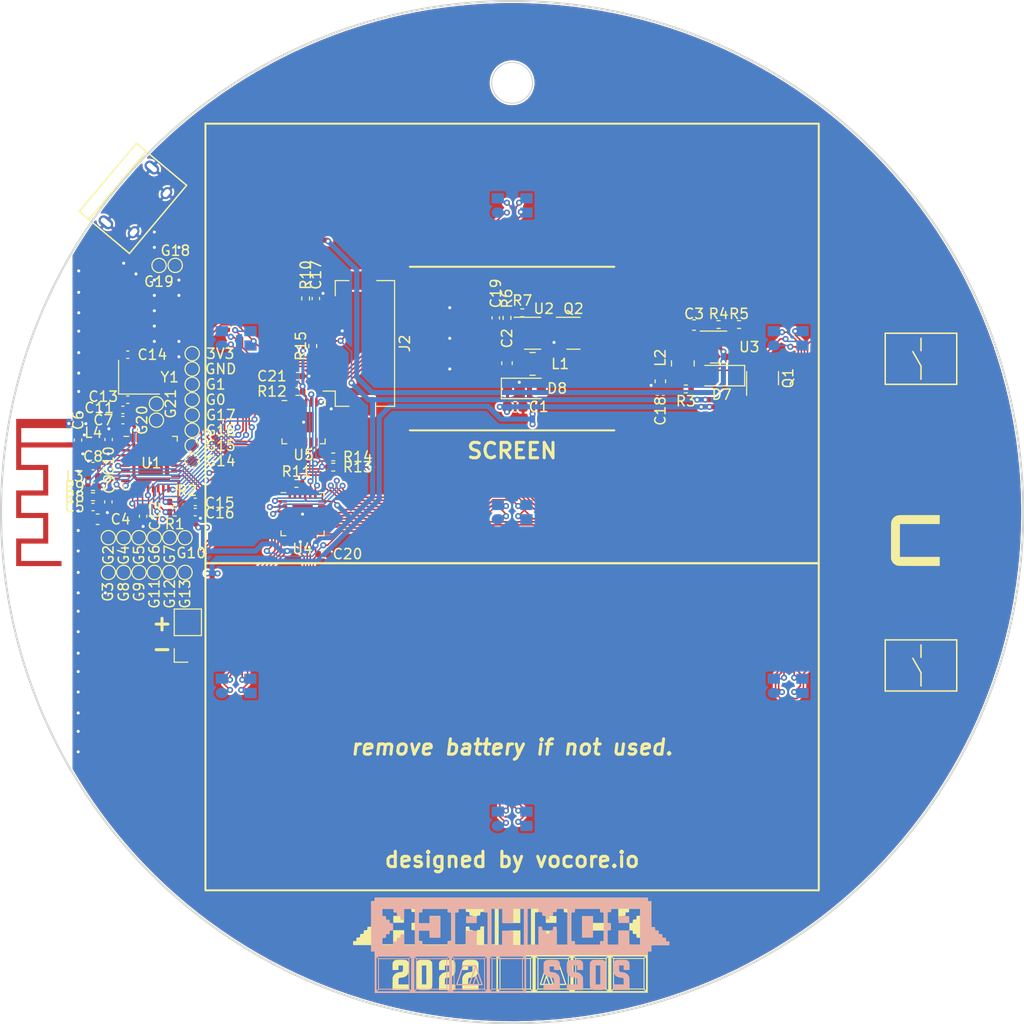
<source format=kicad_pcb>
(kicad_pcb (version 20211014) (generator pcbnew)
  (layers (0 "F.Cu" signal) (31 "B.Cu" signal) (34 "B.Paste" user) (35 "F.Paste" user) (36 "B.SilkS" user "B.Silkscreen") (37 "F.SilkS" user "F.Silkscreen") (38 "B.Mask" user) (39 "F.Mask" user) (44 "Edge.Cuts" user))
  (net 0 "")
  (net 1 "LED-R0")
  (net 2 "LED-B0")
  (net 3 "LED-G0")
  (net 4 "LED-R1")
  (net 5 "LED-B1")
  (net 6 "LED-G1")
  (net 7 "LED-R2")
  (net 8 "LED-B2")
  (net 9 "LED-G2")
  (net 10 "LED-R4")
  (net 11 "Net-(AE1-Pad1)")
  (net 12 "+3.3VB")
  (net 13 "+3.3V")
  (net 14 "Net-(C8-Pad2)")
  (net 15 "Net-(C9-Pad2)")
  (net 16 "BUTTON-B")
  (net 17 "BUTTON-A")
  (net 18 "Net-(C10-Pad1)")
  (net 19 "Net-(C13-Pad2)")
  (net 20 "Net-(C14-Pad1)")
  (net 21 "USB-DN")
  (net 22 "USB-DP")
  (net 23 "+3.5V")
  (net 24 "SCREEN-CLK")
  (net 25 "LED-B4")
  (net 26 "GND")
  (net 27 "VBUS")
  (net 28 "VBAT")
  (net 29 "SCREEN-CS")
  (net 30 "SCREEN-MOSI")
  (net 31 "SCREEN-MISO")
  (net 37 "Net-(L2-Pad1)")
  (net 38 "Net-(Q2-Pad1)")
  (net 39 "Net-(R4-Pad2)")
  (net 40 "Net-(R6-Pad1)")
  (net 41 "LED-G4")
  (net 42 "Net-(D8-Pad2)")
  (net 43 "SCREEN-RST")
  (net 44 "Net-(J2-Pad9)")
  (net 45 "LED-R3")
  (net 46 "LED-B3")
  (net 47 "LED-G3")
  (net 48 "LED-R5")
  (net 49 "LED-B5")
  (net 50 "LED-G5")
  (net 51 "LED-R6")
  (net 52 "LED-B6")
  (net 53 "LED-G6")
  (net 54 "I2C_SCL")
  (net 55 "I2C_SDA")
  (net 56 "SCREEN-DC")
  (net 57 "G11")
  (net 58 "G12")
  (net 59 "G13")
  (net 60 "G14")
  (net 61 "G15")
  (net 62 "G16")
  (net 63 "G17")
  (net 64 "G20")
  (net 65 "G21")
  (net 66 "SCREEN-BL3")
  (net 67 "SCREEN-BL2")
  (net 68 "SCREEN-BL1")
  (net 69 "SCREEN-BL0")
  (net 70 "Net-(R11-Pad1)")
  (net 71 "Net-(R12-Pad1)")
  (footprint "Resistor_SMD:R_0402_1005Metric" (layer "F.Cu") (at 120.2 81.65)
    (fp_text reference "R4")
    (fp_text value "68kR")
  )
  (footprint "Diode_SMD:D_SOD-123" (layer "F.Cu") (at 120.5 86.65 180)
    (fp_text reference "D7")
    (fp_text value "SD103AW")
  )
  (footprint "Resistor_SMD:R_0402_1005Metric" (layer "F.Cu") (at 79.8 79.1 90)
    (fp_text reference "R10")
    (fp_text value "100kR")
  )
  (footprint "TestPoint:TestPoint_Pad_D1.0mm" (layer "F.Cu") (at 68.7 86)
    (fp_text reference "GND")
    (fp_text value "TestPoint")
  )
  (footprint "Resistor_SMD:R_0402_1005Metric" (layer "F.Cu") (at 117 87.95)
    (fp_text reference "R3")
    (fp_text value "100kR")
  )
  (footprint "Connector_PinSocket_2.54mm:PinSocket_1x02_P2.54mm_Vertical" (layer "F.Cu") (at 68.275 113.35 180)
    (fp_text reference "J1" hide)
    (fp_text value "Conn_01x02_Female" hide)
  )
  (footprint "TestPoint:TestPoint_Pad_D1.0mm" (layer "F.Cu") (at 68.7 87.5)
    (fp_text reference "G1")
    (fp_text value "TestPoint")
  )
  (footprint "TestPoint:TestPoint_Pad_D1.0mm" (layer "F.Cu") (at 68.7 93.5)
    (fp_text reference "G15")
    (fp_text value "TestPoint")
  )
  (footprint "Resistor_SMD:R_0402_1005Metric" (layer "F.Cu") (at 122.2 81.65 180)
    (fp_text reference "R5")
    (fp_text value "330kR")
  )
  (footprint "TestPoint:TestPoint_Pad_D1.0mm" (layer "F.Cu") (at 68.7 89)
    (fp_text reference "G0")
    (fp_text value "TestPoint")
  )
  (footprint "Capacitor_SMD:C_0402_1005Metric" (layer "F.Cu") (at 61.92 91 180)
    (fp_text reference "C7")
    (fp_text value "1uF")
  )
  (footprint "TestPoint:TestPoint_Pad_D1.0mm" (layer "F.Cu") (at 63.5 102.5)
    (fp_text reference "G5")
    (fp_text value "TestPoint")
  )
  (footprint "TestPoint:TestPoint_Pad_D1.0mm" (layer "F.Cu") (at 63.5 105.9)
    (fp_text reference "G9")
    (fp_text value "TestPoint")
  )
  (footprint "Package_TO_SOT_SMD:SOT-23" (layer "F.Cu") (at 106 82.5)
    (fp_text reference "Q2")
    (fp_text value "AO3400A")
  )
  (footprint "VoCore2:USB_Micro-B" (layer "F.Cu") (at 63.378778 69.701742 -130)
    (fp_text reference "J3" hide)
    (fp_text value "USB_B_Micro" hide)
  )
  (footprint "TestPoint:TestPoint_Pad_D1.0mm" (layer "F.Cu") (at 68.7 92)
    (fp_text reference "G16")
    (fp_text value "TestPoint")
  )
  (footprint "Capacitor_SMD:C_0402_1005Metric" (layer "F.Cu") (at 61.92 90 180)
    (fp_text reference "C11")
    (fp_text value "22nF")
  )
  (footprint "Capacitor_SMD:C_0402_1005Metric" (layer "F.Cu") (at 80.8 79.1 90)
    (fp_text reference "C17")
    (fp_text value "100nF")
  )
  (footprint "Connector_FFC-FPC:Hirose_FH12-18S-0.5SH_1x18-1MP_P0.50mm_Horizontal" (layer "F.Cu") (at 84 83.5 90)
    (fp_text reference "J2")
    (fp_text value "SCREEN")
  )
  (footprint "TestPoint:TestPoint_Pad_D1.0mm" (layer "F.Cu") (at 65.2 91)
    (fp_text reference "G20")
    (fp_text value "TestPoint")
  )
  (footprint "TestPoint:TestPoint_Pad_D1.0mm" (layer "F.Cu") (at 62 102.5)
    (fp_text reference "G4")
    (fp_text value "TestPoint")
  )
  (footprint "VoCore2:romhack_2022sm" (layer "F.Cu") (at 92.493426 145.305074)
    (fp_text reference "G***" hide)
    (fp_text value "LOGO" hide)
  )
  (footprint "VoCore2:BUTTON" (layer "F.Cu") (at 140 115)
    (fp_text reference "SW1" hide)
    (fp_text value "SW_Push_Dual" hide)
  )
  (footprint "TestPoint:TestPoint_Pad_D1.0mm" (layer "F.Cu") (at 60.5 102.5)
    (fp_text reference "G2")
    (fp_text value "TestPoint")
  )
  (footprint "Capacitor_SMD:C_0603_1608Metric" (layer "F.Cu") (at 59.45 100.7 180)
    (fp_text reference "C4")
    (fp_text value "22uF")
  )
  (footprint "TestPoint:TestPoint_Pad_D1.0mm" (layer "F.Cu") (at 60.5 105.9)
    (fp_text reference "G3")
    (fp_text value "TestPoint")
  )
  (footprint "Capacitor_SMD:C_0603_1608Metric" (layer "F.Cu") (at 114.5 87.2 -90)
    (fp_text reference "C18")
    (fp_text value "22uF")
  )
  (footprint "RF_Antenna:Texas_SWRA117D_2.4GHz_Left" (layer "F.Cu") (at 56.63 93.43 90)
    (fp_text reference "AE1" hide)
    (fp_text value "Antenna_Loop")
  )
  (footprint "TestPoint:TestPoint_Pad_D1.0mm" (layer "F.Cu") (at 66.5 105.9 -90)
    (fp_text reference "G12")
    (fp_text value "TestPoint")
  )
  (footprint "Capacitor_SMD:C_0402_1005Metric" (layer "F.Cu") (at 60.53 92.9 90)
    (fp_text reference "C10")
    (fp_text value "NC")
  )
  (footprint "Resistor_SMD:R_0402_1005Metric" (layer "F.Cu") (at 82.5 94.6)
    (fp_text reference "R14")
    (fp_text value "NC")
  )
  (footprint "TestPoint:TestPoint_Pad_D1.0mm" (layer "F.Cu") (at 68 105.9 -90)
    (fp_text reference "G13")
    (fp_text value "TestPoint")
  )
  (footprint "TestPoint:TestPoint_Pad_D1.0mm" (layer "F.Cu") (at 68.7 84.5 90)
    (fp_text reference "3V3")
    (fp_text value "TestPoint")
  )
  (footprint "Capacitor_SMD:C_0402_1005Metric" (layer "F.Cu") (at 57.53 92.95 90)
    (fp_text reference "C6")
    (fp_text value "NC")
  )
  (footprint "Package_DFN_QFN:HVQFN-24-1EP_4x4mm_P0.5mm_EP2.6x2.6mm" (layer "F.Cu") (at 79.5 100.2)
    (fp_text reference "U4")
    (fp_text value "AW9523B")
  )
  (footprint "Resistor_SMD:R_0402_1005Metric" (layer "F.Cu") (at 79 88.2)
    (fp_text reference "R12")
    (fp_text value "5.1kR")
  )
  (footprint "Capacitor_SMD:C_0402_1005Metric" (layer "F.Cu") (at 98.4 81 -90)
    (fp_text reference "C19")
    (fp_text value "100nF")
  )
  (footprint "Capacitor_SMD:C_0603_1608Metric" (layer "F.Cu") (at 99.5 85.425 -90)
    (fp_text reference "C2")
    (fp_text value "22uF")
  )
  (footprint "Inductor_SMD:L_1008_2520Metric" (layer "F.Cu") (at 116.7 85.45 -90)
    (fp_text reference "L2")
    (fp_text value "4.7uH")
  )
  (footprint "TestPoint:TestPoint_Pad_D1.0mm" (layer "F.Cu") (at 67.04 75.86)
    (fp_text reference "G18")
    (fp_text value "TestPoint")
  )
  (footprint "Inductor_SMD:L_1008_2520Metric" (layer "F.Cu") (at 102 85.5)
    (fp_text reference "L1")
    (fp_text value "4.7uH")
  )
  (footprint "Resistor_SMD:R_0402_1005Metric" (layer "F.Cu") (at 82.5 95.6)
    (fp_text reference "R13")
    (fp_text value "NC")
  )
  (footprint "Resistor_SMD:R_0402_1005Metric" (layer "F.Cu") (at 99.5 81 90)
    (fp_text reference "R6")
    (fp_text value "160kR")
  )
  (footprint "TestPoint:TestPoint_Pad_D1.0mm" (layer "F.Cu") (at 65 105.9 -90)
    (fp_text reference "G11")
    (fp_text value "TestPoint")
  )
  (footprint "Package_DFN_QFN:QFN-32-1EP_5x5mm_P0.5mm_EP3.1x3.1mm" (layer "F.Cu") (at 64.63 95.2)
    (fp_text reference "U1")
    (fp_text value "ESP32-C3")
  )
  (footprint "TestPoint:TestPoint_Pad_D1.0mm" (layer "F.Cu") (at 65.2 89.4)
    (fp_text reference "G21")
    (fp_text value "TestPoint")
  )
  (footprint "Resistor_SMD:R_0402_1005Metric" (layer "F.Cu") (at 66.99 100 180)
    (fp_text reference "R1")
    (fp_text value "5.1kR")
  )
  (footprint "TestPoint:TestPoint_Pad_D1.0mm" (layer "F.Cu") (at 68.7 90.5)
    (fp_text reference "G17")
    (fp_text value "TestPoint")
  )
  (footprint "VoCore2:ROMHACK_FIRE" (layer "F.Cu") (at 140 99)
    (fp_text reference "G***" hide)
    (fp_text value "LOGO" hide)
  )
  (footprint "Capacitor_SMD:C_0402_1005Metric" (layer "F.Cu") (at 60.5 99 90)
    (fp_text reference "C9")
    (fp_text value "100nF")
  )
  (footprint "Package_TO_SOT_SMD:SOT-23-5" (layer "F.Cu") (at 102 82.5)
    (fp_text reference "U2")
    (fp_text value "ME2139FM5G")
  )
  (footprint "Resistor_SMD:R_0402_1005Metric" (layer "F.Cu") (at 59 98.5)
    (fp_text reference "R8")
    (fp_text value "100kR")
  )
  (footprint "TestPoint:TestPoint_Pad_D1.0mm" (layer "F.Cu") (at 68 102.5)
    (fp_text reference "G10")
    (fp_text value "TestPoint")
  )
  (footprint "Capacitor_SMD:C_0402_1005Metric" (layer "F.Cu") (at 62.4 84.6 180)
    (fp_text reference "C14")
    (fp_text value "27pF")
  )
  (footprint "TestPoint:TestPoint_Pad_D1.0mm" (layer "F.Cu") (at 65.46 75.87)
    (fp_text reference "G19")
    (fp_text value "TestPoint")
  )
  (footprint "Capacitor_SMD:C_0402_1005Metric" (layer "F.Cu") (at 63.9 100.4 -90)
    (fp_text reference "C12")
    (fp_text value "100nF")
  )
  (footprint "Resistor_SMD:R_0402_1005Metric" (layer "F.Cu") (at 78.9 97.2)
    (fp_text reference "R11")
    (fp_text value "5.1kR")
  )
  (footprint "Capacitor_SMD:C_0402_1005Metric" (layer "F.Cu") (at 81.5 104.1 180)
    (fp_text reference "C20")
    (fp_text value "100nF")
  )
  (footprint "Diode_SMD:D_SOD-123" (layer "F.Cu") (at 101.2 87.9)
    (fp_text reference "D8")
    (fp_text value "SD103AW")
  )
  (footprint "Resistor_SMD:R_0402_1005Metric" (layer "F.Cu") (at 80.5 83.75 90)
    (fp_text reference "R15")
    (fp_text value "0R")
  )
  (footprint "Package_TO_SOT_SMD:SOT-23-5" (layer "F.Cu") (at 120.2 83.85)
    (fp_text reference "U3")
    (fp_text value "MT3410L")
  )
  (footprint "TestPoint:TestPoint_Pad_D1.0mm" (layer "F.Cu") (at 68.7 95)
    (fp_text reference "G14")
    (fp_text value "TestPoint")
  )
  (footprint "Package_DFN_QFN:HVQFN-24-1EP_4x4mm_P0.5mm_EP2.6x2.6mm" (layer "F.Cu") (at 79.6 91.2)
    (fp_text reference "U5")
    (fp_text value "AW9523B")
  )
  (footprint "Capacitor_SMD:C_0402_1005Metric" (layer "F.Cu") (at 79 86.7 180)
    (fp_text reference "C21")
    (fp_text value "100nF")
  )
  (footprint "TestPoint:TestPoint_Pad_D1.0mm" (layer "F.Cu") (at 65 102.5)
    (fp_text reference "G6")
    (fp_text value "TestPoint")
  )
  (footprint "Capacitor_SMD:C_0402_1005Metric" (layer "F.Cu") (at 59 99.5 180)
    (fp_text reference "C5")
    (fp_text value "100nF")
  )
  (footprint "TestPoint:TestPoint_Pad_D1.0mm" (layer "F.Cu") (at 62 105.9)
    (fp_text reference "G8")
    (fp_text value "TestPoint")
  )
  (footprint "Capacitor_SMD:C_0603_1608Metric" (layer "F.Cu") (at 100.3 89.7)
    (fp_text reference "C1")
    (fp_text value "22uF")
  )
  (footprint "Resistor_SMD:R_0402_1005Metric" (layer "F.Cu") (at 101 80.5)
    (fp_text reference "R7")
    (fp_text value "100kR")
  )
  (footprint "Resistor_SMD:R_0402_1005Metric" (layer "F.Cu") (at 59 97.5)
    (fp_text reference "R9")
    (fp_text value "10kR")
  )
  (footprint "Inductor_SMD:L_0402_1005Metric" (layer "F.Cu") (at 59.03 93.4)
    (fp_text reference "L4")
    (fp_text value "0R")
  )
  (footprint "Resistor_SMD:R_0402_1005Metric" (layer "F.Cu") (at 66.99 99 180)
    (fp_text reference "R2")
    (fp_text value "5.1kR")
  )
  (footprint "VoCore2:BUTTON" (layer "F.Cu") (at 140 85)
    (fp_text reference "SW2" hide)
    (fp_text value "SW_Push_Dual" hide)
  )
  (footprint "Capacitor_SMD:C_0402_1005Metric" (layer "F.Cu") (at 59 95.5)
    (fp_text reference "C8")
    (fp_text value "100nF")
  )
  (footprint "Inductor_SMD:L_0402_1005Metric" (layer "F.Cu") (at 59 96.5)
    (fp_text reference "L3")
    (fp_text value "2.7nH")
  )
  (footprint "Capacitor_SMD:C_0402_1005Metric" (layer "F.Cu") (at 69 99 180)
    (fp_text reference "C15")
    (fp_text value "100nF")
  )
  (footprint "Capacitor_SMD:C_0402_1005Metric" (layer "F.Cu") (at 69 100 180)
    (fp_text reference "C16")
    (fp_text value "1uF")
  )
  (footprint "VoCore2:ROMHACK_LOGO" (layer "F.Cu") (at 99 142)
    (fp_text reference "G***" hide)
    (fp_text value "LOGO" hide)
  )
  (footprint "TestPoint:TestPoint_Pad_D1.0mm" (layer "F.Cu") (at 66.5 102.5)
    (fp_text reference "G7")
    (fp_text value "TestPoint")
  )
  (footprint "Crystal:Crystal_SMD_3225-4Pin_3.2x2.5mm" (layer "F.Cu") (at 63.5 86.8)
    (fp_text reference "Y1")
    (fp_text value "40MHz,10ppm")
  )
  (footprint "Package_TO_SOT_SMD:SOT-23" (layer "F.Cu") (at 124.5 86.9 90)
    (fp_text reference "Q1")
    (fp_text value "AO3401A")
  )
  (footprint "Capacitor_SMD:C_0603_1608Metric" (layer "F.Cu") (at 117.8 81.7 180)
    (fp_text reference "C3")
    (fp_text value "22uF")
  )
  (footprint "Capacitor_SMD:C_0402_1005Metric" (layer "F.Cu") (at 62.4 89)
    (fp_text reference "C13")
    (fp_text value "27pF")
  )
  (footprint "VoCore2:LED_RGB_1210_STAR_ALT" (layer "B.Cu") (at 100 70 180)
    (fp_text reference "D6" hide)
    (fp_text value "LED_BAGR")
  )
  (footprint "VoCore2:romhack_2022sm" (layer "B.Cu") (at 107.3 145.305074 180)
    (fp_text reference "G***" hide)
    (fp_text value "LOGO" hide)
  )
  (footprint "VoCore2:LED_RGB_1210_STAR_ALT" (layer "B.Cu") (at 100 100 180)
    (fp_text reference "D0" hide)
    (fp_text value "LED_BAGR")
  )
  (footprint "VoCore2:ROMHACK_LOGO" (layer "B.Cu") (at 100.829572 142.020235 180)
    (fp_text reference "G***" hide)
    (fp_text value "LOGO" hide)
  )
  (footprint "VoCore2:LED_RGB_1210_STAR_ALT" (layer "B.Cu") (at 127 117 180)
    (fp_text reference "D3" hide)
    (fp_text value "LED_BAGR")
  )
  (footprint "VoCore2:LED_RGB_1210_STAR_ALT" (layer "B.Cu") (at 73 83 180)
    (fp_text reference "D1" hide)
    (fp_text value "LED_BAGR")
  )
  (footprint "VoCore2:LED_RGB_1210_STAR_ALT" (layer "B.Cu") (at 100 130 180)
    (fp_text reference "D4" hide)
    (fp_text value "LED_BAGR")
  )
  (footprint "VoCore2:LED_RGB_1210_STAR_ALT" (layer "B.Cu") (at 127 83 180)
    (fp_text reference "D5" hide)
    (fp_text value "LED_BAGR")
  )
  (footprint "VoCore2:LED_RGB_1210_STAR_ALT" (layer "B.Cu") (at 73 117 180)
    (fp_text reference "D2" hide)
    (fp_text value "LED_BAGR")
  )
  (gr_line (start 110 76) (end 90 76) (layer "F.SilkS") (width 0.2))
  (gr_rect (start 70 105) (end 130 137) (layer "F.SilkS") (width 0.2) (fill none))
  (gr_rect (start 70 62) (end 130 105) (layer "F.SilkS") (width 0.2) (fill none))
  (gr_line (start 110 92) (end 90 92) (layer "F.SilkS") (width 0.2))
  (gr_circle (center 100 100) (end 150 100) (layer "Edge.Cuts") (width 0.2) (fill none))
  (gr_circle (center 100 58) (end 102 58) (layer "Edge.Cuts") (width 0.1) (fill none))
  (gr_text "-" (at 65.75 113.35) (layer "F.SilkS") (effects (font (size 1.5 1.5) (thickness 0.3))))
  (gr_text "SCREEN" (at 100 94) (layer "F.SilkS") (effects (font (size 1.5 1.5) (thickness 0.3))))
  (gr_text "remove battery if not used." (at 100 123) (layer "F.SilkS") (effects (font (size 1.5 1.5) (thickness 0.3) italic)))
  (gr_text "designed by vocore.io" (at 100 134) (layer "F.SilkS") (effects (font (size 1.5 1.5) (thickness 0.3))))
  (gr_text "+" (at 65.75 110.85) (layer "F.SilkS") (effects (font (size 1.5 1.5) (thickness 0.3))))
  (segment (start 81.781586 100.45) (end 81.981586 100.65) (width 0.15) (layer "F.Cu") (net 1))
  (segment (start 99.4 100.2) (end 99.4 100.4) (width 0.15) (layer "F.Cu") (net 1))
  (segment (start 81.4375 100.45) (end 81.781586 100.45) (width 0.15) (layer "F.Cu") (net 1))
  (segment (start 98.1 99.7) (end 98.9 99.7) (width 0.15) (layer "F.Cu") (net 1))
  (segment (start 98.9 99.7) (end 99.4 100.2) (width 0.15) (layer "F.Cu") (net 1))
  (segment (start 97.15 100.65) (end 98.1 99.7) (width 0.15) (layer "F.Cu") (net 1))
  (segment (start 81.981586 100.65) (end 97.15 100.65) (width 0.15) (layer "F.Cu") (net 1))
  (via (at 99.4 100.4) (size 0.6) (drill 0.3) (layers "F.Cu" "B.Cu") (net 1))
  (segment (start 99.4 100.4) (end 98.9 100.4) (width 0.15) (layer "B.Cu") (net 1))
  (segment (start 98.9 100.4) (end 98.6 100.7) (width 0.15) (layer "B.Cu") (net 1))
  (segment (start 98.124264 98.8) (end 100 98.8) (width 0.15) (layer "F.Cu") (net 2))
  (segment (start 81.4375 99.45) (end 82.224264 99.45) (width 0.15) (layer "F.Cu") (net 2))
  (segment (start 100 98.8) (end 100.6 99.4) (width 0.15) (layer "F.Cu") (net 2))
  (segment (start 96.874264 100.05) (end 98.124264 98.8) (width 0.15) (layer "F.Cu") (net 2))
  (segment (start 82.824264 100.05) (end 96.874264 100.05) (width 0.15) (layer "F.Cu") (net 2))
  (segment (start 82.224264 99.45) (end 82.824264 100.05) (width 0.15) (layer "F.Cu") (net 2))
  (via (at 100.6 99.4) (size 0.6) (drill 0.3) (layers "F.Cu" "B.Cu") (net 2))
  (segment (start 101.3 99.4) (end 101.4 99.3) (width 0.15) (layer "B.Cu") (net 2))
  (segment (start 100.6 99.4) (end 101.3 99.4) (width 0.15) (layer "B.Cu") (net 2))
  (segment (start 81.4375 99.95) (end 82.3 99.95) (width 0.15) (layer "F.Cu") (net 3))
  (segment (start 97.948528 99.4) (end 99.4 99.4) (width 0.15) (layer "F.Cu") (net 3))
  (segment (start 82.3 99.95) (end 82.7 100.35) (width 0.15) (layer "F.Cu") (net 3))
  (segment (start 96.998528 100.35) (end 97.948528 99.4) (width 0.15) (layer "F.Cu") (net 3))
  (segment (start 82.7 100.35) (end 96.998528 100.35) (width 0.15) (layer "F.Cu") (net 3))
  (via (at 99.4 99.4) (size 0.6) (drill 0.3) (layers "F.Cu" "B.Cu") (net 3))
  (segment (start 98.7 99.4) (end 98.6 99.3) (width 0.15) (layer "B.Cu") (net 3))
  (segment (start 99.4 99.4) (end 98.7 99.4) (width 0.15) (layer "B.Cu") (net 3))
  (segment (start 80.85 93.498528) (end 79.648528 94.7) (width 0.15) (layer "F.Cu") (net 4))
  (segment (start 79.648528 94.7) (end 77.851472 94.7) (width 0.15) (layer "F.Cu") (net 4))
  (segment (start 73.7 84.818544) (end 72.479957 83.5985) (width 0.15) (layer "F.Cu") (net 4))
  (segment (start 71.275 92.233528) (end 71.275 90.687994) (width 0.15) (layer "F.Cu") (net 4))
  (segment (start 77.851472 94.7) (end 76.841472 93.69) (width 0.15) (layer "F.Cu") (net 4))
  (segment (start 80.85 93.1375) (end 80.85 93.498528) (width 0.15) (layer "F.Cu") (net 4))
  (segment (start 73.7 88.262994) (end 73.7 84.818544) (width 0.15) (layer "F.Cu") (net 4))
  (segment (start 71.275 90.687994) (end 73.7 88.262994) (width 0.15) (layer "F.Cu") (net 4))
  (segment (start 76.841472 93.69) (end 72.731472 93.69) (width 0.15) (layer "F.Cu") (net 4))
  (segment (start 72.731472 93.69) (end 71.275 92.233528) (width 0.15) (layer "F.Cu") (net 4))
  (via (at 72.479957 83.5985) (size 0.6) (drill 0.3) (layers "F.Cu" "B.Cu") (net 4))
  (segment (start 72.378457 83.7) (end 72.479957 83.5985) (width 0.15) (layer "B.Cu") (net 4))
  (segment (start 71.6 83.7) (end 72.378457 83.7) (width 0.15) (layer "B.Cu") (net 4))
  (segment (start 79.4 94.1) (end 78.1 94.1) (width 0.15) (layer "F.Cu") (net 5))
  (segment (start 78.1 94.1) (end 77.09 93.09) (width 0.15) (layer "F.Cu") (net 5))
  (segment (start 79.85 93.1375) (end 79.85 93.65) (width 0.15) (layer "F.Cu") (net 5))
  (segment (start 73.63 83.900016) (end 73.63 82.93) (width 0.15) (layer "F.Cu") (net 5))
  (segment (start 72.98 93.09) (end 71.875 91.985) (width 0.15) (layer "F.Cu") (net 5))
  (segment (start 79.85 93.65) (end 79.4 94.1) (width 0.15) (layer "F.Cu") (net 5))
  (segment (start 74.3 88.511522) (end 74.3 84.570016) (width 0.15) (layer "F.Cu") (net 5))
  (segment (start 71.875 91.985) (end 71.875 90.936522) (width 0.15) (layer "F.Cu") (net 5))
  (segment (start 71.875 90.936522) (end 74.3 88.511522) (width 0.15) (layer "F.Cu") (net 5))
  (segment (start 74.3 84.570016) (end 73.63 83.900016) (width 0.15) (layer "F.Cu") (net 5))
  (segment (start 73.63 82.93) (end 72.9 82.2) (width 0.15) (layer "F.Cu") (net 5))
  (segment (start 77.09 93.09) (end 72.98 93.09) (width 0.15) (layer "F.Cu") (net 5))
  (via (at 72.9 82.2) (size 0.6) (drill 0.3) (layers "F.Cu" "B.Cu") (net 5))
  (segment (start 72.9 82.2) (end 73 82.3) (width 0.15) (layer "B.Cu") (net 5))
  (segment (start 73 82.3) (end 74.4 82.3) (width 0.15) (layer "B.Cu") (net 5))
  (segment (start 77.975736 94.4) (end 76.965736 93.39) (width 0.15) (layer "F.Cu") (net 6))
  (segment (start 72.738998 82.848998) (end 72.480801 82.848998) (width 0.15) (layer "F.Cu") (net 6))
  (segment (start 72.855736 93.39) (end 71.575 92.109264) (width 0.15) (layer "F.Cu") (net 6))
  (segment (start 73.33 83.44) (end 72.738998 82.848998) (width 0.15) (layer "F.Cu") (net 6))
  (segment (start 76.965736 93.39) (end 72.855736 93.39) (width 0.15) (layer "F.Cu") (net 6))
  (segment (start 80.35 93.1375) (end 80.35 93.574264) (width 0.15) (layer "F.Cu") (net 6))
  (segment (start 71.575 92.109264) (end 71.575 90.812258) (width 0.15) (layer "F.Cu") (net 6))
  (segment (start 73.33 84.02428) (end 73.33 83.44) (width 0.15) (layer "F.Cu") (net 6))
  (segment (start 79.524264 94.4) (end 77.975736 94.4) (width 0.15) (layer "F.Cu") (net 6))
  (segment (start 71.575 90.812258) (end 74 88.387258) (width 0.15) (layer "F.Cu") (net 6))
  (segment (start 80.35 93.574264) (end 79.524264 94.4) (width 0.15) (layer "F.Cu") (net 6))
  (segment (start 74 88.387258) (end 74 84.69428) (width 0.15) (layer "F.Cu") (net 6))
  (segment (start 74 84.69428) (end 73.33 84.02428) (width 0.15) (layer "F.Cu") (net 6))
  (via (at 72.480801 82.848998) (size 0.6) (drill 0.3) (layers "F.Cu" "B.Cu") (net 6))
  (segment (start 71.6 82.3) (end 71.81 82.3) (width 0.15) (layer "B.Cu") (net 6))
  (segment (start 71.81 82.3) (end 72.28 82.77) (width 0.15) (layer "B.Cu") (net 6))
  (segment (start 72.28 82.77) (end 72.358998 82.848998) (width 0.15) (layer "B.Cu") (net 6))
  (segment (start 72.358998 82.848998) (end 72.480801 82.848998) (width 0.15) (layer "B.Cu") (net 6))
  (segment (start 71.8 116.2) (end 73 115) (width 0.15) (layer "F.Cu") (net 7))
  (segment (start 72.4 117.4) (end 71.8 116.8) (width 0.15) (layer "F.Cu") (net 7))
  (segment (start 71.8 116.8) (end 71.8 116.2) (width 0.15) (layer "F.Cu") (net 7))
  (segment (start 76.8 103.751472) (end 76.8 101.2) (width 0.15) (layer "F.Cu") (net 7))
  (segment (start 76.8 101.2) (end 77.05 100.95) (width 0.15) (layer "F.Cu") (net 7))
  (segment (start 77.05 100.95) (end 77.5625 100.95) (width 0.15) (layer "F.Cu") (net 7))
  (segment (start 73 107.551472) (end 76.8 103.751472) (width 0.15) (layer "F.Cu") (net 7))
  (segment (start 73 115) (end 73 107.551472) (width 0.15) (layer "F.Cu") (net 7))
  (via (at 72.4 117.4) (size 0.6) (drill 0.3) (layers "F.Cu" "B.Cu") (net 7))
  (segment (start 77.6625 102.1375) (end 77.4 102.4) (width 0.15) (layer "F.Cu") (net 8))
  (segment (start 77.4 102.4) (end 77.4 104) (width 0.15) (layer "F.Cu") (net 8))
  (segment (start 73.6 107.8) (end 73.6 116.4) (width 0.15) (layer "F.Cu") (net 8))
  (segment (start 78.25 102.1375) (end 77.6625 102.1375) (width 0.15) (layer "F.Cu") (net 8))
  (segment (start 77.4 104) (end 73.6 107.8) (width 0.15) (layer "F.Cu") (net 8))
  (via (at 73.6 116.4) (size 0.6) (drill 0.3) (layers "F.Cu" "B.Cu") (net 8))
  (segment (start 74.3 116.4) (end 74.4 116.3) (width 0.15) (layer "B.Cu") (net 8))
  (segment (start 73.6 116.4) (end 74.3 116.4) (width 0.15) (layer "B.Cu") (net 8))
  (segment (start 72.4 116.024264) (end 72.4 116.4) (width 0.15) (layer "F.Cu") (net 9))
  (segment (start 73.3 107.675736) (end 73.3 115.124264) (width 0.15) (layer "F.Cu") (net 9))
  (segment (start 77.1 103.875736) (end 73.3 107.675736) (width 0.15) (layer "F.Cu") (net 9))
  (segment (start 77.1 101.7) (end 77.1 103.875736) (width 0.15) (layer "F.Cu") (net 9))
  (segment (start 77.35 101.45) (end 77.1 101.7) (width 0.15) (layer "F.Cu") (net 9))
  (segment (start 73.3 115.124264) (end 72.4 116.024264) (width 0.15) (layer "F.Cu") (net 9))
  (segment (start 77.5625 101.45) (end 77.35 101.45) (width 0.15) (layer "F.Cu") (net 9))
  (via (at 72.4 116.4) (size 0.6) (drill 0.3) (layers "F.Cu" "B.Cu") (net 9))
  (segment (start 71.7 116.4) (end 71.6 116.3) (width 0.15) (layer "B.Cu") (net 9))
  (segment (start 72.4 116.4) (end 71.7 116.4) (width 0.15) (layer "B.Cu") (net 9))
  (segment (start 98.8 128.248528) (end 98.8 129.8) (width 0.15) (layer "F.Cu") (net 10))
  (segment (start 79.65 104.35) (end 79.65 109.098528) (width 0.15) (layer "F.Cu") (net 10))
  (segment (start 78.75 103.45) (end 79.65 104.35) (width 0.15) (layer "F.Cu") (net 10))
  (segment (start 79.65 109.098528) (end 98.8 128.248528) (width 0.15) (layer "F.Cu") (net 10))
  (segment (start 78.75 102.1375) (end 78.75 103.45) (width 0.15) (layer "F.Cu") (net 10))
  (segment (start 98.8 129.8) (end 99.4 130.4) (width 0.15) (layer "F.Cu") (net 10))
  (via (at 99.4 130.4) (size 0.6) (drill 0.3) (layers "F.Cu" "B.Cu") (net 10))
  (segment (start 99.1 130.7) (end 99.4 130.4) (width 0.15) (layer "B.Cu") (net 10))
  (segment (start 98.6 130.7) (end 99.1 130.7) (width 0.15) (layer "B.Cu") (net 10))
  (segment (start 57.53 93.42) (end 58.525 93.42) (width 0.5) (layer "F.Cu") (net 11))
  (segment (start 58.525 93.42) (end 58.545 93.4) (width 0.5) (layer "F.Cu") (net 11))
  (segment (start 57.53 93.43) (end 56.655 93.43) (width 0.5) (layer "F.Cu") (net 11))
  (segment (start 99.55 87.9) (end 99.55 89.675) (width 0.3) (layer "F.Cu") (net 12))
  (segment (start 99.525 90.175) (end 99.5 90.2) (width 0.3) (layer "F.Cu") (net 12))
  (segment (start 98.5 86.85) (end 99.55 87.9) (width 0.3) (layer "F.Cu") (net 12))
  (segment (start 99.55 88.05) (end 99.55 87.9) (width 0.15) (layer "F.Cu") (net 12))
  (segment (start 99.525 89.7) (end 98.8 89.7) (width 0.3) (layer "F.Cu") (net 12))
  (segment (start 119.3 89.7) (end 124.3 89.7) (width 0.5) (layer "F.Cu") (net 12))
  (segment (start 99.55 89.675) (end 99.525 89.7) (width 0.3) (layer "F.Cu") (net 12))
  (segment (start 118.5 89.7) (end 119.3 89.7) (width 0.5) (layer "F.Cu") (net 12))
  (segment (start 99.55 87.75) (end 99.55 87.9) (width 0.15) (layer "F.Cu") (net 12))
  (segment (start 99.525 87.925) (end 99.55 87.9) (width 0.5) (layer "F.Cu") (net 12))
  (segment (start 99.5 80.49) (end 98.5 81.49) (width 0.3) (layer "F.Cu") (net 12))
  (segment (start 98.5 81.49) (end 98.5 86.85) (width 0.3) (layer "F.Cu") (net 12))
  (segment (start 125.45 88.55) (end 125.45 87.5875) (width 0.5) (layer "F.Cu") (net 12))
  (segment (start 124.3 89.7) (end 125.45 88.55) (width 0.5) (layer "F.Cu") (net 12))
  (segment (start 99.525 89.7) (end 99.525 90.175) (width 0.3) (layer "F.Cu") (net 12))
  (via (at 118.5 89.7) (size 0.6) (drill 0.3) (layers "F.Cu" "B.Cu") (net 12))
  (via (at 99.5 90.2) (size 0.6) (drill 0.3) (layers "F.Cu" "B.Cu") (net 12))
  (via (at 98.8 89.7) (size 0.6) (drill 0.3) (layers "F.Cu" "B.Cu") (net 12))
  (via (at 119.3 89.7) (size 0.6) (drill 0.3) (layers "F.Cu" "B.Cu") (net 12))
  (segment (start 119.3 89.7) (end 99.5 89.7) (width 0.5) (layer "B.Cu") (net 12))
  (segment (start 99.5 90.2) (end 99.5 89.7) (width 0.5) (layer "B.Cu") (net 12))
  (segment (start 99.5 89.7) (end 98.8 89.7) (width 0.5) (layer "B.Cu") (net 12))
  (segment (start 79.5 87.7) (end 79.6 87.8) (width 0.15) (layer "F.Cu") (net 13))
  (segment (start 79.75031 96.4) (end 79.55031 96.6) (width 0.15) (layer "F.Cu") (net 13))
  (segment (start 58.49 98.5) (end 58.49 99.47) (width 0.15) (layer "F.Cu") (net 13))
  (segment (start 79.98 98.95) (end 81.4375 98.95) (width 0.15) (layer "F.Cu") (net 13))
  (segment (start 79.5 87.68) (end 78.52 86.7) (width 0.15) (layer "F.Cu") (net 13))
  (segment (start 63.38 92.18) (end 63.38 92.7625) (width 0.15) (layer "F.Cu") (net 13))
  (segment (start 128.2 117) (end 128.2 115.8) (width 0.15) (layer "F.Cu") (net 13))
  (segment (start 79.55 83.60165) (end 79.91165 83.24) (width 0.3) (layer "F.Cu") (net 13))
  (segment (start 79.51 88.31) (end 79.85 88.65) (width 0.15) (layer "F.Cu") (net 13))
  (segment (start 126.750966 83.062251) (end 126.237749 83.062251) (width 0.15) (layer "F.Cu") (net 13))
  (segment (start 83.22 83.23) (end 83.91 82.54) (width 0.15) (layer "F.Cu") (net 13))
  (segment (start 79.91165 83.24) (end 80.5 83.24) (width 0.3) (layer "F.Cu") (net 13))
  (segment (start 63.1 91.7) (end 62.4 91) (width 0.3) (layer "F.Cu") (net 13))
  (segment (start 74.71 83.267537) (end 73.117463 81.675) (width 0.15) (layer "F.Cu") (net 13))
  (segment (start 119.7 89) (end 118.9 89) (width 0.5) (layer "F.Cu") (net 13))
  (segment (start 79.51 96.64031) (end 79.55031 96.6) (width 0.15) (layer "F.Cu") (net 13))
  (segment (start 83.17 81.18) (end 83.17 79.12) (width 0.15) (layer "F.Cu") (net 13))
  (segment (start 84.25 99.75) (end 83.86 99.75) (width 0.15) (layer "F.Cu") (net 13))
  (segment (start 62.4 91) (end 62.4 90) (width 0.3) (layer "F.Cu") (net 13))
  (segment (start 81.4375 98.95) (end 81.4375 96.6375) (width 0.15) (layer "F.Cu") (net 13))
  (segment (start 79.55 84.23) (end 79.55 83.60165) (width 0.3) (layer "F.Cu") (net 13))
  (segment (start 69.3 101.5) (end 69.3 101.45) (width 0.5) (layer "F.Cu") (net 13))
  (segment (start 70.053515 101.5) (end 70.146485 101.5) (width 0.3) (layer "F.Cu") (net 13))
  (segment (start 83.22 83.24) (end 83.22 83.23) (width 0.15) (layer "F.Cu") (net 13))
  (segment (start 78.22 96.38) (end 77.7 96.9) (width 0.15) (layer "F.Cu") (net 13))
  (segment (start 63.85 97.6675) (end 63.85 99.87) (width 0.15) (layer "F.Cu") (net 13))
  (segment (start 58.515 97.475) (end 58.49 97.5) (width 0.15) (layer "F.Cu") (net 13))
  (segment (start 62.88 93.18) (end 63 93.3) (width 0.15) (layer "F.Cu") (net 13))
  (segment (start 73.9 107.924264) (end 73.9 115.1) (width 0.15) (layer "F.Cu") (net 13))
  (segment (start 79.2 79.1) (end 79.2 80.875736) (width 0.15) (layer "F.Cu") (net 13))
  (segment (start 101.125 129.1) (end 101.125 128.982537) (width 0.15) (layer "F.Cu") (net 13))
  (segment (start 78 103.8) (end 77.7 104.1) (width 0.15) (layer "F.Cu") (net 13))
  (segment (start 69.253515 101.5) (end 69.253015 101.4995) (width 0.5) (layer "F.Cu") (net 13))
  (segment (start 58.49 99.47) (end 58.52 99.5) (width 0.15) (layer "F.Cu") (net 13))
  (segment (start 70.146485 101.5) (end 69.253515 101.5) (width 0.5) (layer "F.Cu") (net 13))
  (segment (start 77.6 88.15625) (end 77.6 87.14264) (width 0.15) (layer "F.Cu") (net 13))
  (segment (start 79.6 87.8) (end 79.6 88.15408) (width 0.15) (layer "F.Cu") (net 13))
  (segment (start 101.2 99.8) (end 101.2 99.157537) (width 0.15) (layer "F.Cu") (net 13))
  (segment (start 74.125 115.325) (end 74.125 116.775) (width 0.15) (layer "F.Cu") (net 13))
  (segment (start 99.948528 71.92) (end 100.8645 71.004028) (width 0.15) (layer "F.Cu") (net 13))
  (segment (start 82.57 98.95) (end 81.4375 98.95) (width 0.15) (layer "F.Cu") (net 13))
  (segment (start 83.01 95.6) (end 86.1 95.6) (width 0.15) (layer "F.Cu") (net 13))
  (segment (start 83.91 82.54) (end 83.91 81.92) (width 0.15) (layer "F.Cu") (net 13))
  (segment (start 67.0675 96.95) (end 66.55 96.95) (width 0.15) (layer "F.Cu") (net 13))
  (segment (start 100.8645 71.004028) (end 100.8645 70.63) (width 0.15) (layer "F.Cu") (net 13))
  (segment (start 80.545 96.375) (end 79.77531 96.375) (width 0.15) (layer "F.Cu") (net 13))
  (segment (start 68.52 99) (end 68.52 100) (width 0.3) (layer "F.Cu") (net 13))
  (segment (start 102.05 100.65) (end 101.2 99.8) (width 0.15) (layer "F.Cu") (net 13))
  (segment (start 101.125 129.775) (end 101.125 129.1) (width 0.15) (layer "F.Cu") (net 13))
  (segment (start 128.2 115.8) (end 127.212132 114.812132) (width 0.15) (layer "F.Cu") (net 13))
  (segment (start 63.38 92.18) (end 63.2 92) (width 0.15) (layer "F.Cu") (net 13))
  (segment (start 77.6 87.14264) (end 78.04264 86.7) (width 0.15) (layer "F.Cu") (net 13))
  (segment (start 100.112132 128.287868) (end 99.012132 127.187868) (width 0.15) (layer "F.Cu") (net 13))
  (segment (start 122.5 89) (end 119.7 89) (width 0.5) (layer "F.Cu") (net 13))
  (segment (start 84.25 99.75) (end 83.31751 99.75) (width 0.15) (layer "F.Cu") (net 13))
  (segment (start 84.2845 86.988292) (end 99.352792 71.92) (width 0.15) (layer "F.Cu") (net 13))
  (segment (start 77.7 96.9) (end 77.7 97.4) (width 0.15) (layer "F.Cu") (net 13))
  (segment (start 127.212132 104.512132) (end 123.35 100.65) (width 0.15) (layer "F.Cu") (net 13))
  (segment (start 124.5 88.5) (end 124 89) (width 0.5) (layer "F.Cu") (net 13))
  (segment (start 58.52 99.5) (end 58.52 100.405) (width 0.15) (layer "F.Cu") (net 13))
  (segment (start 100.6 130.3) (end 101.125 129.775) (width 0.15) (layer "F.Cu") (net 13))
  (segment (start 79.71 78.59) (end 79.2 79.1) (width 0.15) (layer "F.Cu") (net 13))
  (segment (start 78.35 89.2625) (end 78.35 88.90625) (width 0.15) (layer "F.Cu") (net 13))
  (segment (start 67.4 98.9) (end 67.5 99) (width 0.3) (layer "F.Cu") (net 13))
  (segment (start 63.85 99.87) (end 63.9 99.92) (width 0.15) (layer "F.Cu") (net 13))
  (segment (start 80.7745 103.25) (end 80.7745 103.8545) (width 0.15) (layer "F.Cu") (net 13))
  (segment (start 80.545 96.375) (end 80.225 96.375) (width 0.15) (layer "F.Cu") (net 13))
  (segment (start 79.8 78.59) (end 79.71 78.59) (width 0.15) (layer "F.Cu") (net 13))
  (segment (start 78.25 97.95) (end 78.25 98.2625) (width 0.15) (layer "F.Cu") (net 13))
  (segment (start 124.7 84.6) (end 124.7 85.3) (width 0.15) (layer "F.Cu") (net 13))
  (segment (start 96.75 99.75) (end 84.25 99.75) (width 0.15) (layer "F.Cu") (net 13))
  (segment (start 124.25 85.7125) (end 124.5 85.9625) (width 0.3) (layer "F.Cu") (net 13))
  (segment (start 75.16 83.73) (end 74.71 83.28) (width 0.15) (layer "F.Cu") (net 13))
  (segment (start 58.515 96.5) (end 58.515 97.015) (width 0.15) (layer "F.Cu") (net 13))
  (segment (start 68.52 100.67) (end 68.52 100) (width 0.5) (layer "F.Cu") (net 13))
  (segment (start 74.125 116.775) (end 73.5 117.4) (width 0.15) (layer "F.Cu") (net 13))
  (segment (start 63.88 97.6375) (end 63.85 97.6675) (width 0.15) (layer "F.Cu") (net 13))
  (segment (start 62.88 92.7625) (end 62.88 93.18) (width 0.15) (layer "F.Cu") (net 13))
  (segment (start 83.01 94.6) (end 83.01 95.6) (width 0.15) (layer "F.Cu") (net 13))
  (segment (start 58.515 97.015) (end 58.515 97.475) (width 0.15) (layer "F.Cu") (net 13))
  (segment (start 79.85 88.65) (end 79.85 89.2625) (width 0.15) (layer "F.Cu") (net 13))
  (segment (start 66.55 96.95) (end 66.4 96.8) (width 0.15) (layer "F.Cu") (net 13))
  (segment (start 63.9 96.8) (end 63.9 97.1) (width 0.3) (layer "F.Cu") (net 13))
  (segment (start 73.117463 81.675) (end 71.525 81.675) (width 0.15) (layer "F.Cu") (net 13))
  (segment (start 83.91 82.54) (end 83.2 83.25) (width 0.15) (layer "F.Cu") (net 13))
  (segment (start 101.2 99.157537) (end 100.542463 98.5) (width 0.15) (layer "F.Cu") (net 13))
  (segment (start 77.7 104.1) (end 77.7 104.124264) (width 0.15) (layer "F.Cu") (net 13))
  (segment (start 79.75 98.2625) (end 79.75 97.65) (width 0.15) (layer "F.Cu") (net 13))
  (segment (start 79.77531 96.375) (end 79.55031 96.6) (width 0.15) (layer "F.Cu") (net 13))
  (segment (start 63 96.5) (end 63 93.3) (width 0.3) (layer "F.Cu") (net 13))
  (segment (start 83.31751 99.75) (end 82.89301 99.3255) (width 0.15) (layer "F.Cu") (net 13))
  (segment (start 83.17 79.12) (end 82.05 78) (width 0.15) (layer "F.Cu") (net 13))
  (segment (start 63.1 92) (end 62.88 92.22) (width 0.15) (layer "F.Cu") (net 13))
  (segment (start 74.71 83.28) (end 74.71 83.267537) (width 0.15) (layer "F.Cu") (net 13))
  (segment (start 84.2845 87.360142) (end 84.2845 86.988292) (width 0.15) (layer "F.Cu") (net 13))
  (segment (start 62.88 92.22) (end 62.88 92.7625) (width 0.15) (layer "F.Cu") (net 13))
  (segment (start 99.352792 71.92) (end 99.948528 71.92) (width 0.15) (layer "F.Cu") (net 13))
  (segment (start 79.41 97.31) (end 79.75 97.65) (width 0.15) (layer "F.Cu") (net 13))
  (segment (start 80.39 78) (end 79.8 78.59) (width 0.15) (layer "F.Cu") (net 13))
  (segment (start 77.7 97.4) (end 78.25 97.95) (width 0.15) (layer "F.Cu") (net 13))
  (segment (start 124 89) (end 122.5 89) (width 0.5) (layer "F.Cu") (net 13))
  (segment (start 80.55 108.725736) (end 80.55 104.8) (width 0.15) (layer "F.Cu") (net 13))
  (segment (start 99.012132 127.187868) (end 80.55 108.725736) (width 0.15) (layer "F.Cu") (net 13))
  (segment (start 82.05 78) (end 80.39 78) (width 0.15) (layer "F.Cu") (net 13))
  (segment (start 83.11751 99.55) (end 82.89301 99.3255) (width 0.15) (layer "F.Cu") (net 13))
  (segment (start 122.15 86.65) (end 122.2 86.65) (width 0.3) (layer "F.Cu") (net 13))
  (segment (start 67.4 97.1) (end 67.4 98.9) (width 0.3) (layer "F.Cu") (net 13))
  (segment (start 63.9 96.8) (end 63.3 96.8) (width 0.3) (layer "F.Cu") (net 13))
  (segment (start 63.2 92) (end 63.1 92) (width 0.15) (layer "F.Cu") (net 13))
  (segment (start 78.35 88.90625) (end 77.6 88.15625) (width 0.15) (layer "F.Cu") (net 13))
  (segment (start 123.1375 85.7125) (end 124.25 85.7125) (width 0.3) (layer "F.Cu") (net 13))
  (segment (start 79.75 98.72) (end 79.98 98.95) (width 0.15) (layer "F.Cu") (net 13))
  (segment (start 79.5 87.7) (end 79.5 87.68) (width 0.15) (layer "F.Cu") (net 13))
  (segment (start 81.175 96.375) (end 80.545 96.375) (width 0.15) (layer "F.Cu") (net 13))
  (segment (start 80.55 104.8) (end 80.55 104.6) (width 0.15) (layer "F.Cu") (net 13))
  (segment (start 67.5 99) (end 68.52 99) (width 0.3) (layer "F.Cu") (net 13))
  (segment (start 78.04264 86.7) (end 78.52 86.7) (width 0.15) (layer "F.Cu") (net 13))
  (segment (start 63.88 97.12) (end 63.88 97.6375) (width 0.15) (layer "F.Cu") (net 13))
  (segment (start 123.35 100.65) (end 102.05 100.65) (width 0.15) (layer "F.Cu") (net 13))
  (segment (start 119.7 89) (end 118.1 89) (width 0.5) (layer "F.Cu") (net 13))
  (segment (start 58.49 97.5) (end 58.49 98.5) (width 0.15) (layer "F.Cu") (net 13))
  (segment (start 83.2 83.25) (end 82.15 83.25) (width 0.15) (layer "F.Cu") (net 13))
  (segment (start 79.51 88.2) (end 79.51 88.31) (width 0.15) (layer "F.Cu") (net 13))
  (segment (start 63.3 96.8) (end 63 96.5) (width 0.3) (layer "F.Cu") (net 13))
  (segment (start 82.57 98.95) (end 82.89301 99.27301) (width 0.15) (layer "F.Cu") (net 13))
  (segment (start 83.91 81.92) (end 83.17 81.18) (width 0.15) (layer "F.Cu") (net 13))
  (segment (start 100.6 100.4) (end 101.2 99.8) (width 0.15) (layer "F.Cu") (net 13))
  (segment (start 79.41 97.2) (end 79.41 97.31) (width 0.15) (layer "F.Cu") (net 13))
  (segment (start 71.525 81.675) (end 68.7 84.5) (width 0.15) (layer "F.Cu") (net 13))
  (segment (start 81.4375 96.6375) (end 81.175 96.375) (width 0.15) (layer "F.Cu") (net 13))
  (segment (start 66.4 96.8) (end 63.9 96.8) (width 0.3) (layer "F.Cu") (net 13))
  (segment (start 101.125 128.982537) (end 100.430331 128.287868) (width 0.15) (layer "F.Cu") (net 13))
  (segment (start 81.02 104.13) (end 80.55 104.6) (width 0.15) (layer "F.Cu") (net 13))
  (segment (start 82.15 83.25) (end 79.90165 83.25) (width 0.3) (layer "F.Cu") (net 13))
  (segment (start 73.9 115.1) (end 74.125 115.325) (width 0.15) (layer "F.Cu") (net 13))
  (segment (start 124.5 85.7125) (end 124.5 88.5) (width 0.5) (layer "F.Cu") (net 13))
  (segment (start 98 98.5) (end 96.75 99.75) (width 0.15) (layer "F.Cu") (net 13))
  (segment (start 100.542463 98.5) (end 98 98.5) (width 0.15) (layer "F.Cu") (net 13))
  (segment (start 76.345736 83.73) (end 75.16 83.73) (width 0.15) (layer "F.Cu") (net 13))
  (segment (start 63.1 92) (end 63.1 91.7) (width 0.3) (layer "F.Cu") (net 13))
  (segment (start 79.2 80.875736) (end 76.345736 83.73) (width 0.15) (layer "F.Cu") (net 13))
  (segment (start 69.3 101.45) (end 68.52 100.67) (width 0.5) (layer "F.Cu") (net 13))
  (segment (start 63.9 97.1) (end 63.88 97.12) (width 0.15) (layer "F.Cu") (net 13))
  (segment (start 79.51 97.2) (end 79.51 96.64031) (width 0.15) (layer "F.Cu") (net 13))
  (segment (start 80.7745 103.8545) (end 81.02 104.1) (width 0.15) (layer "F.Cu") (net 13))
  (segment (start 79.75 98.2625) (end 79.75 98.72) (width 0.15) (layer "F.Cu") (net 13))
  (segment (start 100.430331 128.287868) (end 100.112132 128.287868) (width 0.15) (layer "F.Cu") (net 13))
  (segment (start 127.6 117.6) (end 128.2 117) (width 0.15) (layer "F.Cu") (net 13))
  (segment (start 126.237749 83.062251) (end 124.7 84.6) (width 0.15) (layer "F.Cu") (net 13))
  (segment (start 67.5 99) (end 67.5 100) (width 0.3) (layer "F.Cu") (net 13))
  (segment (start 79.33031 96.38) (end 78.22 96.38) (width 0.15) (layer "F.Cu") (net 13))
  (segment (start 81.02 104.1) (end 81.02 104.13) (width 0.15) (layer "F.Cu") (net 13))
  (segment (start 122.2 86.65) (end 123.1375 85.7125) (width 0.3) (layer "F.Cu") (net 13))
  (segment (start 124.7 85.3) (end 124.5 85.5) (width 0.15) (layer "F.Cu") (net 13))
  (segment (start 79.55031 96.6) (end 79.33031 96.38) (width 0.15) (layer "F.Cu") (net 13))
  (segment (start 77.7 104.124264) (end 73.9 107.924264) (width 0.15) (layer "F.Cu") (net 13))
  (segment (start 127.212132 114.812132) (end 127.212132 104.512132) (width 0.15) (layer "F.Cu") (net 13))
  (segment (start 82.89301 99.27301) (end 82.89301 99.3255) (width 0.15) (layer "F.Cu") (net 13))
  (segment (start 124.5 85.5) (end 124.5 85.9625) (width 0.15) (layer "F.Cu") (net 13))
  (via (at 79.55031 96.6) (size 0.6) (drill 0.3) (layers "F.Cu" "B.Cu") (net 13))
  (via (at 118.1 89) (size 0.6) (drill 0.3) (layers "F.Cu" "B.Cu") (net 13))
  (via (at 127.6 117.6) (size 0.6) (drill 0.3) (layers "F.Cu" "B.Cu") (net 13))
  (via (at 126.750966 83.062251) (size 0.6) (drill 0.3) (layers "F.Cu" "B.Cu") (net 13))
  (via (at 100.6 100.4) (size 0.6) (drill 0.3) (layers "F.Cu" "B.Cu") (net 13))
  (via (at 118.9 89) (size 0.6) (drill 0.3) (layers "F.Cu" "B.Cu") (net 13))
  (via (at 83.22 83.24) (size 0.6) (drill 0.3) (layers "F.Cu" "B.Cu") (net 13))
  (via (at 86.1 95.6) (size 0.6) (drill 0.3) (layers "F.Cu" "B.Cu") (net 13))
  (via (at 100.8645 70.63) (size 0.6) (drill 0.3) (layers "F.Cu" "B.Cu") (net 13))
  (via (at 82.89301 99.3255) (size 0.6) (drill 0.3) (layers "F.Cu" "B.Cu") (net 13))
  (via (at 80.7745 103.25) (size 0.6) (drill 0.3) (layers "F.Cu" "B.Cu") (net 13))
  (via (at 73.5 117.4) (size 0.6) (drill 0.3) (layers "F.Cu" "B.Cu") (net 13))
  (via (at 100.6 130.3) (size 0.6) (drill 0.3) (layers "F.Cu" "B.Cu") (net 13))
  (via (at 58.515 97.015) (size 0.6) (drill 0.3) (layers "F.Cu" "B.Cu") (net 13))
  (via (at 74.71 83.28) (size 0.6) (drill 0.3) (layers "F.Cu" "B.Cu") (net 13))
  (via (at 84.2845 87.360142) (size 0.6) (drill 0.3) (layers "F.Cu" "B.Cu") (net 13))
  (via (at 70.146485 101.5) (size 0.6) (drill 0.3) (layers "F.Cu" "B.Cu") (net 13))
  (via (at 78 103.8) (size 0.6) (drill 0.3) (layers "F.Cu" "B.Cu") (net 13))
  (via (at 79.5 87.7) (size 0.6) (drill 0.3) (layers "F.Cu" "B.Cu") (net 13))
  (via (at 69.3 101.5) (size 0.6) (drill 0.3) (layers "F.Cu" "B.Cu") (net 13))
  (via (at 79.55 84.23) (size 0.6) (drill 0.3) (layers "F.Cu" "B.Cu") (net 13))
  (via (at 63.1 92) (size 0.6) (drill 0.3) (layers "F.Cu" "B.Cu") (net 13))
  (segment (start 80.2245 103.8) (end 80.7745 103.25) (width 0.5) (layer "B.Cu") (net 13))
  (segment (start 100.9 100.7) (end 101.4 100.7) (width 0.15) (layer "B.Cu") (net 13))
  (segment (start 60.907462 95.275) (end 60.325 95.275) (width 0.15) (layer "B.Cu") (net 13))
  (segment (start 78 103.8) (end 77.4 103.8) (width 0.5) (layer "B.Cu") (net 13))
  (segment (start 100.9345 70.7) (end 100.8645 70.63) (width 0.15) (layer "B.Cu") (net 13))
  (segment (start 60.325 95.275) (end 58.585 97.015) (width 0.15) (layer "B.Cu") (net 13))
  (segment (start 82.340712 102.5) (end 84.220356 100.620356) (width 0.5) (layer "B.Cu") (net 13))
  (segment (start 84.2845 84.3045) (end 83.22 83.24) (width 0.15) (layer "B.Cu") (net 13))
  (segment (start 63.1 93.082462) (end 60.907462 95.275) (width 0.15) (layer "B.Cu") (net 13))
  (segment (start 69.8 101.5) (end 70.146485 101.5) (width 0.5) (layer "B.Cu") (net 13))
  (segment (start 85.770356 99.070356) (end 84.220356 100.620356) (width 0.5) (layer "B.Cu") (net 13))
  (segment (start 75.9995 103.1005) (end 75.6005 103.1005) (width 0.5) (layer "B.Cu") (net 13))
  (segment (start 73.8 117.7) (end 73.5 117.4) (width 0.15) (layer "B.Cu") (net 13))
  (segment (start 84.2845 87.360142) (end 84.2845 84.3045) (width 0.15) (layer "B.Cu") (net 13))
  (segment (start 126.750966 83.062251) (end 126.988715 83.3) (width 0.15) (layer "B.Cu") (net 13))
  (segment (start 100.6 100.4) (end 100.9 100.7) (width 0.15) (layer "B.Cu") (net 13))
  (segment (start 69.8 103.4) (end 70.2005 103.8005) (width 0.5) (layer "B.Cu") (net 13))
  (segment (start 71.09347 103.8005) (end 72.0005 103.8005) (width 0.5) (layer "B.Cu") (net 13))
  (segment (start 101.4 70.7) (end 100.9345 70.7) (width 0.15) (layer "B.Cu") (net 13))
  (segment (start 63.1 92) (end 63.1 93.082462) (width 0.15) (layer "B.Cu") (net 13))
  (segment (start 101 130.7) (end 100.6 130.3) (width 0.15) (layer "B.Cu") (net 13))
  (segment (start 79.5 87.7) (end 79.536538 87.663462) (width 0.3) (layer "B.Cu") (net 13))
  (segment (start 128 83.3) (end 128.4 83.7) (width 0.15) (layer "B.Cu") (net 13))
  (segment (start 85.924358 89) (end 84.2845 87.360142) (width 0.5) (layer "B.Cu") (net 13))
  (segment (start 72.0005 103.8005) (end 74.9005 103.8005) (width 0.5) (layer "B.Cu") (net 13))
  (segment (start 89.6 89) (end 86.3 89) (width 0.5) (layer "B.Cu") (net 13))
  (segment (start 77.4 103.8) (end 76.7005 103.1005) (width 0.5) (layer "B.Cu") (net 13))
  (segment (start 80.7745 103.00555) (end 81.28005 102.5) (width 0.5) (layer "B.Cu") (net 13))
  (segment (start 85.770356 99.070356) (end 86.35 98.490712) (width 0.5) (layer "B.Cu") (net 13))
  (segment (start 86.35 98.490712) (end 86.35 89.05) (width 0.5) (layer "B.Cu") (net 13))
  (segment (start 82.89301 99.3255) (end 82.9255 99.3255) (width 0.5) (layer "B.Cu") (net 13))
  (segment (start 76.7005 103.1005) (end 75.9995 103.1005) (width 0.5) (layer "B.Cu") (net 13))
  (segment (start 72.0005 103.8005) (end 70.2005 103.8005) (width 0.5) (layer "B.Cu") (net 13))
  (segment (start 79.536538 84.243462) (end 79.55 84.23) (width 0.3) (layer "B.Cu") (net 13))
  (segment (start 79.5 87.7) (end 79.5 88.45) (width 0.15) (layer "B.Cu") (net 13))
  (segment (start 86.35 89.05) (end 86.3 89) (width 0.5) (layer "B.Cu") (net 13))
  (segment (start 69.253515 101.5) (end 69.253015 101.4995) (width 0.5) (layer "B.Cu") (net 13))
  (segment (start 126.988715 83.3) (end 128 83.3) (width 0.15) (layer "B.Cu") (net 13))
  (segment (start 80.2 95.95031) (end 79.55031 96.6) (width 0.15) (layer "B.Cu") (net 13))
  (segment (start 118.9 89) (end 118.1 89) (width 0.5) (layer "B.Cu") (net 13))
  (segment (start 74.4 117.7) (end 73.8 117.7) (width 0.15) (layer "B.Cu") (net 13))
  (segment (start 69.3 101.5) (end 69.8 101.5) (width 0.5) (layer "B.Cu") (net 13))
  (segment (start 79.5 88.45) (end 80.2 89.15) (width 0.15) (layer "B.Cu") (net 13))
  (segment (start 58.585 97.015) (end 58.515 97.015) (width 0.15) (layer "B.Cu") (net 13))
  (segment (start 80.2 89.15) (end 80.2 95.95031) (width 0.15) (layer "B.Cu") (net 13))
  (segment (start 74.71 83.28) (end 74.4 83.59) (width 0.15) (layer "B.Cu") (net 13))
  (segment (start 79.536538 87.663462) (end 79.536538 84.243462) (width 0.3) (layer "B.Cu") (net 13))
  (segment (start 80.7745 103.25) (end 80.7745 103.00555) (width 0.5) (layer "B.Cu") (net 13))
  (segment (start 74.4 83.59) (end 74.4 83.7) (width 0.15) (layer "B.Cu") (net 13))
  (segment (start 86.3 89) (end 85.924358 89) (width 0.5) (layer "B.Cu") (net 13))
  (segment (start 75.6005 103.1005) (end 74.9005 103.8005) (width 0.5) (layer "B.Cu") (net 13))
  (segment (start 69.8 101.5) (end 69.8 103.4) (width 0.5) (layer "B.Cu") (net 13))
  (segment (start 81.28005 102.5) (end 82.340712 102.5) (width 0.5) (layer "B.Cu") (net 13))
  (segment (start 101.4 130.7) (end 101 130.7) (width 0.15) (layer "B.Cu") (net 13))
  (segment (start 118.1 89) (end 89.6 89) (width 0.5) (layer "B.Cu") (net 13))
  (segment (start 82.9255 99.3255) (end 84.220356 100.620356) (width 0.5) (layer "B.Cu") (net 13))
  (segment (start 78 103.8) (end 80.2245 103.8) (width 0.5) (layer "B.Cu") (net 13))
  (segment (start 61.3 94.3) (end 61.4 94.4) (width 0.15) (layer "F.Cu") (net 14))
  (segment (start 61.45 93.95) (end 61.3 94.1) (width 0.15) (layer "F.Cu") (net 14))
  (segment (start 59.68 95.3) (end 60.435509 95.3) (width 0.15) (layer "F.Cu") (net 14))
  (segment (start 61.335509 94.4) (end 61.4 94.4) (width 0.15) (layer "F.Cu") (net 14))
  (segment (start 59.48 96.495) (end 59.485 96.5) (width 0.15) (layer "F.Cu") (net 14))
  (segment (start 61.3 94.1) (end 61.3 94.3) (width 0.15) (layer "F.Cu") (net 14))
  (segment (start 62.1925 94.45) (end 61.45 94.45) (width 0.15) (layer "F.Cu") (net 14))
  (segment (start 59.48 95.5) (end 59.48 96.495) (width 0.15) (layer "F.Cu") (net 14))
  (segment (start 62.1925 93.95) (end 61.45 93.95) (width 0.15) (layer "F.Cu") (net 14))
  (segment (start 59.48 95.5) (end 59.68 95.3) (width 0.15) (layer "F.Cu") (net 14))
  (segment (start 61.45 94.45) (end 61.4 94.4) (width 0.15) (layer "F.Cu") (net 14))
  (segment (start 60.435509 95.3) (end 61.335509 94.4) (width 0.15) (layer "F.Cu") (net 14))
  (segment (start 60.52 98.5) (end 60.52 98.396414) (width 0.15) (layer "F.Cu") (net 15))
  (segment (start 59.961793 97.988207) (end 60.311793 97.988207) (width 0.15) (layer "F.Cu") (net 15))
  (segment (start 59.51 98.44) (end 59.961793 97.988207) (width 0.15) (layer "F.Cu") (net 15))
  (segment (start 61.772679 96.45) (end 61.523158 96.69952) (width 0.15) (layer "F.Cu") (net 15))
  (segment (start 60.311793 98.291793) (end 60.52 98.5) (width 0.15) (layer "F.Cu") (net 15))
  (segment (start 61.08231 96.69952) (end 60.503633 97.278197) (width 0.15) (layer "F.Cu") (net 15))
  (segment (start 60.503633 97.278197) (end 60.503633 97.796367) (width 0.15) (layer "F.Cu") (net 15))
  (segment (start 61.523158 96.69952) (end 61.08231 96.69952) (width 0.15) (layer "F.Cu") (net 15))
  (segment (start 59.51 98.5) (end 59.51 98.44) (width 0.15) (layer "F.Cu") (net 15))
  (segment (start 60.311793 97.988207) (end 60.311793 98.291793) (width 0.15) (layer "F.Cu") (net 15))
  (segment (start 60.503633 97.796367) (end 60.311793 97.988207) (width 0.15) (layer "F.Cu") (net 15))
  (segment (start 62.1925 96.45) (end 61.772679 96.45) (width 0.15) (layer "F.Cu") (net 15))
  (segment (start 82.044537 97.925) (end 81.7375 97.617963) (width 0.15) (layer "F.Cu") (net 16))
  (segment (start 81.7375 96.513236) (end 81.299264 96.075) (width 0.15) (layer "F.Cu") (net 16))
  (segment (start 66.48 99) (end 66.1 99) (width 0.15) (layer "F.Cu") (net 16))
  (segment (start 128.9 94.78) (end 123.33 100.35) (width 0.15) (layer "F.Cu") (net 16))
  (segment (start 64.347792 103.826472) (end 63.5 104.674264) (width 0.15) (layer "F.Cu") (net 16))
  (segment (start 81.299264 96.075) (end 79.385 96.075) (width 0.15) (layer "F.Cu") (net 16))
  (segment (start 69.25 103.327208) (end 68.750736 103.826472) (width 0.15) (layer "F.Cu") (net 16))
  (segment (start 97.875736 98.2) (end 96.625736 99.45) (width 0.15) (layer "F.Cu") (net 16))
  (segment (start 100.666727 98.2) (end 97.875736 98.2) (width 0.15) (layer "F.Cu") (net 16))
  (segment (start 65.88 98.78) (end 65.88 97.6375) (width 0.15) (layer "F.Cu") (net 16))
  (segment (start 68.750736 103.826472) (end 64.347792 103.826472) (width 0.15) (layer "F.Cu") (net 16))
  (segment (start 70.458812 96.08) (end 70.369406 96.169406) (width 0.15) (layer "F.Cu") (net 16))
  (segment (start 66.975 99.495) (end 66.975 100.500736) (width 0.15) (layer "F.Cu") (net 16))
  (segment (start 137.5 83.2) (end 129.3 83.2) (width 0.15) (layer "F.Cu") (net 16))
  (segment (start 66.48 99) (end 66.975 99.495) (width 0.15) (layer "F.Cu") (net 16))
  (segment (start 66.1 99) (end 65.88 98.78) (width 0.15) (layer "F.Cu") (net 16))
  (segment (start 79.38 96.08) (end 70.458812 96.08) (width 0.15) (layer "F.Cu") (net 16))
  (segment (start 102.816728 100.35) (end 100.666727 98.2) (width 0.15) (layer "F.Cu") (net 16))
  (segment (start 123.33 100.35) (end 102.816728 100.35) (width 0.15) (layer "F.Cu") (net 16))
  (segment (start 83.847516 99.45) (end 82.322516 97.925) (width 0.15) (layer "F.Cu") (net 16))
  (segment (start 63.5 104.674264) (end 63.5 105.85) (width 0.15) (layer "F.Cu") (net 16))
  (segment (start 68.374264 101.35) (end 69.25 102.225736) (width 0.15) (layer "F.Cu") (net 16))
  (segment (start 96.625736 99.45) (end 83.847516 99.45) (width 0.15) (layer "F.Cu") (net 16))
  (segment (start 81.7375 97.617963) (end 81.7375 96.513236) (width 0.15) (layer "F.Cu") (net 16))
  (segment (start 142.5 83.2) (end 137.5 83.2) (width 0.15) (layer "F.Cu") (net 16))
  (segment (start 66.975 100.500736) (end 67.824264 101.35) (width 0.15) (layer "F.Cu") (net 16))
  (segment (start 69.25 102.225736) (end 69.25 103.327208) (width 0.15) (layer "F.Cu") (net 16))
  (segment (start 129.3 83.2) (end 128.9 83.6) (width 0.15) (layer "F.Cu") (net 16))
  (segment (start 82.322516 97.925) (end 82.044537 97.925) (width 0.15) (layer "F.Cu") (net 16))
  (segment (start 67.824264 101.35) (end 68.374264 101.35) (width 0.15) (layer "F.Cu") (net 16))
  (segment (start 128.9 83.6) (end 128.9 94.78) (width 0.15) (layer "F.Cu") (net 16))
  (segment (start 79.385 96.075) (end 79.38 96.08) (width 0.15) (layer "F.Cu") (net 16))
  (via (at 66.1 99) (size 0.6) (drill 0.3) (layers "F.Cu" "B.Cu") (net 16))
  (via (at 70.369406 96.169406) (size 0.6) (drill 0.3) (layers "F.Cu" "B.Cu") (net 16))
  (segment (start 67.22132 99) (end 70.051914 96.169406) (width 0.15) (layer "B.Cu") (net 16))
  (segment (start 66.1 99) (end 67.22132 99) (width 0.15) (layer "B.Cu") (net 16))
  (segment (start 70.051914 96.169406) (end 70.369406 96.169406) (width 0.15) (layer "B.Cu") (net 16))
  (segment (start 63.473528 103.526472) (end 61.85 105.15) (width 0.15) (layer "F.Cu") (net 17))
  (segment (start 70.94 96.38) (end 70.417815 96.902185) (width 0.15) (layer "F.Cu") (net 17))
  (segment (start 81.94 103.24) (end 81.53 103.24) (width 0.15) (layer "F.Cu") (net 17))
  (segment (start 66.48 99.988697) (end 66.48 100) (width 0.15) (layer "F.Cu") (net 17))
  (segment (start 126 104.997056) (end 122.852944 101.85) (width 0.15) (layer "F.Cu") (net 17))
  (segment (start 70.417815 96.902185) (end 70.060891 96.902185) (width 0.15) (layer "F.Cu") (net 17))
  (segment (start 68.626472 103.526472) (end 63.473528 103.526472) (width 0.15) (layer "F.Cu") (net 17))
  (segment (start 125.775 115.858273) (end 126 115.633273) (width 0.15) (layer "F.Cu") (net 17))
  (segment (start 76.004858 103.8005) (end 76.5 103.305358) (width 0.15) (layer "F.Cu") (net 17))
  (segment (start 128.5 115.8) (end 128.5 117.6) (width 0.15) (layer "F.Cu") (net 17))
  (segment (start 65.38 97.98) (end 65.5 98.1) (width 0.15) (layer "F.Cu") (net 17))
  (segment (start 76.78 96.38) (end 70.94 96.38) (width 0.15) (layer "F.Cu") (net 17))
  (segment (start 126 115.633273) (end 126 104.997056) (width 0.15) (layer "F.Cu") (net 17))
  (segment (start 137.5 113.2) (end 131.1 113.2) (width 0.15) (layer "F.Cu") (net 17))
  (segment (start 75.775 100.105) (end 75.775 99.085) (width 0.15) (layer "F.Cu") (net 17))
  (segment (start 127.86 118.24) (end 126.27 118.24) (width 0.15) (layer "F.Cu") (net 17))
  (segment (start 131.1 113.2) (end 128.5 115.8) (width 0.15) (layer "F.Cu") (net 17))
  (segment (start 65.5 99.4) (end 65.5 98.1) (width 0.15) (layer "F.Cu") (net 17))
  (segment (start 68.25 101.65) (end 68.95 102.35) (width 0.15) (layer "F.Cu") (net 17))
  (segment (start 66.48 100.43) (end 67.7 101.65) (width 0.15) (layer "F.Cu") (net 17))
  (segment (start 142.5 113.2) (end 137.5 113.2) (width 0.15) (layer "F.Cu") (net 17))
  (segment (start 83.33 101.85) (end 81.94 103.24) (width 0.15) (layer "F.Cu") (net 17))
  (segment (start 66.1 100) (end 66.48 100) (width 0.15) (layer "F.Cu") (net 17))
  (segment (start 61.85 105.15) (end 61.85 105.9) (width 0.15) (layer "F.Cu") (net 17))
  (segment (start 77.4 97) (end 76.78 96.38) (width 0.15) (layer "F.Cu") (net 17))
  (segment (start 122.852944 101.85) (end 83.33 101.85) (width 0.15) (layer "F.Cu") (net 17))
  (segment (start 67.7 101.65) (end 68.25 101.65) (width 0.15) (layer "F.Cu") (net 17))
  (segment (start 76.5 103.305358) (end 76.5 100.83) (width 0.15) (layer "F.Cu") (net 17))
  (segment (start 66.48 100) (end 66.48 100.43) (width 0.15) (layer "F.Cu") (net 17))
  (segment (start 128.5 117.6) (end 127.86 118.24) (width 0.15) (layer "F.Cu") (net 17))
  (segment (start 75.775 99.085) (end 77.4 97.46) (width 0.15) (layer "F.Cu") (net 17))
  (segment (start 77.4 97.46) (end 77.4 97) (width 0.15) (layer "F.Cu") (net 17))
  (segment (start 68.95 102.35) (end 68.95 103.202944) (width 0.15) (layer "F.Cu") (net 17))
  (segment (start 76.5 100.83) (end 75.775 100.105) (width 0.15) (layer "F.Cu") (net 17))
  (segment (start 68.95 103.202944) (end 68.626472 103.526472) (width 0.15) (layer "F.Cu") (net 17))
  (segment (start 65.38 97.6375) (end 65.38 97.98) (width 0.15) (layer "F.Cu") (net 17))
  (segment (start 66.1 100) (end 65.5 99.4) (width 0.15) (layer "F.Cu") (net 17))
  (segment (start 126.27 118.24) (end 125.775 117.745) (width 0.15) (layer "F.Cu") (net 17))
  (segment (start 125.775 117.745) (end 125.775 115.858273) (width 0.15) (layer "F.Cu") (net 17))
  (via (at 81.53 103.24) (size 0.6) (drill 0.3) (layers "F.Cu" "B.Cu") (net 17))
  (via (at 76.004858 103.8005) (size 0.6) (drill 0.3) (layers "F.Cu" "B.Cu") (net 17))
  (via (at 70.060891 96.902185) (size 0.6) (drill 0.3) (layers "F.Cu" "B.Cu") (net 17))
  (via (at 66.1 100) (size 0.6) (drill 0.3) (layers "F.Cu" "B.Cu") (net 17))
  (segment (start 76.229358 104.025) (end 76.785642 104.025) (width 0.15) (layer "B.Cu") (net 17))
  (segment (start 80.445 104.325) (end 81.53 103.24) (width 0.15) (layer "B.Cu") (net 17))
  (segment (start 66.645584 100) (end 69.743399 96.902185) (width 0.15) (layer "B.Cu") (net 17))
  (segment (start 76.004858 103.8005) (end 76.229358 104.025) (width 0.15) (layer "B.Cu") (net 17))
  (segment (start 66.1 100) (end 66.645584 100) (width 0.15) (layer "B.Cu") (net 17))
  (segment (start 69.743399 96.902185) (end 70.060891 96.902185) (width 0.15) (layer "B.Cu") (net 17))
  (segment (start 77.085642 104.325) (end 80.445 104.325) (width 0.15) (layer "B.Cu") (net 17))
  (segment (start 76.785642 104.025) (end 77.085642 104.325) (width 0.15) (layer "B.Cu") (net 17))
  (segment (start 62.1925 93.45) (end 62.1425 93.5) (width 0.15) (layer "F.Cu") (net 18))
  (segment (start 61.66 93.5) (end 61.58 93.42) (width 0.15) (layer "F.Cu") (net 18))
  (segment (start 60.55 93.4) (end 61.56 93.4) (width 0.5) (layer "F.Cu") (net 18))
  (segment (start 59.515 93.4) (end 60.51 93.4) (width 0.5) (layer "F.Cu") (net 18))
  (segment (start 60.56 93.45) (end 60.53 93.42) (width 0.15) (layer "F.Cu") (net 18))
  (segment (start 62.1425 93.5) (end 61.66 93.5) (width 0.15) (layer "F.Cu") (net 18))
  (segment (start 63.288207 91.311793) (end 63.2 91.223586) (width 0.15) (layer "F.Cu") (net 19))
  (segment (start 63.288207 91.311793) (end 63.20048 91.224066) (width 0.15) (layer "F.Cu") (net 19))
  (segment (start 63.88 92.7625) (end 63.88 91.903586) (width 0.15) (layer "F.Cu") (net 19))
  (segment (start 62.55 87.65) (end 62.4 87.65) (width 0.15) (layer "F.Cu") (net 19))
  (segment (start 62.88 88.13) (end 62.4 87.65) (width 0.15) (layer "F.Cu") (net 19))
  (segment (start 63.88 91.903586) (end 63.288207 91.311793) (width 0.15) (layer "F.Cu") (net 19))
  (segment (start 62.88 89) (end 62.88 88.13) (width 0.15) (layer "F.Cu") (net 19))
  (segment (start 63.20048 91.224066) (end 63.20048 89.32048) (width 0.15) (layer "F.Cu") (net 19))
  (segment (start 63.20048 89.32048) (end 62.88 89) (width 0.15) (layer "F.Cu") (net 19))
  (segment (start 63.5 91.1) (end 63.5 86.9) (width 0.15) (layer "F.Cu") (net 20))
  (segment (start 62.88 84.6) (end 63.1 84.6) (width 0.15) (layer "F.Cu") (net 20))
  (segment (start 63.5 86.9) (end 64.45 85.95) (width 0.15) (layer "F.Cu") (net 20))
  (segment (start 64.38 91.98) (end 63.5 91.1) (width 0.15) (layer "F.Cu") (net 20))
  (segment (start 63.8 85.3) (end 64.45 85.95) (width 0.15) (layer "F.Cu") (net 20))
  (segment (start 63.1 84.6) (end 63.8 85.3) (width 0.15) (layer "F.Cu") (net 20))
  (segment (start 64.38 92.7625) (end 64.38 91.98) (width 0.15) (layer "F.Cu") (net 20))
  (segment (start 64.45 85.95) (end 64.6 85.95) (width 0.15) (layer "F.Cu") (net 20))
  (segment (start 66.38 75.33) (end 66.38 75.27) (width 0.15) (layer "F.Cu") (net 21))
  (segment (start 66.95 75.9) (end 66.38 75.33) (width 0.15) (layer "F.Cu") (net 21))
  (segment (start 64.994144 70.207505) (end 64.994144 70.294144) (width 0.15) (layer "F.Cu") (net 21))
  (segment (start 66.38 71.593361) (end 64.994144 70.207505) (width 0.15) (layer "F.Cu") (net 21))
  (segment (start 66.38 76.47) (end 66.38 76.67) (width 0.15) (layer "F.Cu") (net 21))
  (segment (start 66.38 75.27) (end 66.38 71.593361) (width 0.15) (layer "F.Cu") (net 21))
  (segment (start 64.994144 70.294144) (end 65.4 70.7) (width 0.15) (layer "F.Cu") (net 21))
  (segment (start 66.95 75.9) (end 66.38 76.47) (width 0.15) (layer "F.Cu") (net 21))
  (segment (start 66.38 92.7625) (end 66.38 76.67) (width 0.15) (layer "F.Cu") (net 21))
  (segment (start 65.463053 71.1) (end 66.08048 71.717427) (width 0.15) (layer "F.Cu") (net 22))
  (segment (start 66.08048 76.48048) (end 66.08048 92.11952) (width 0.15) (layer "F.Cu") (net 22))
  (segment (start 65.2 71.1) (end 65.463053 71.1) (width 0.15) (layer "F.Cu") (net 22))
  (segment (start 66.08048 75.31952) (end 65.5 75.9) (width 0.15) (layer "F.Cu") (net 22))
  (segment (start 64.805434 70.705434) (end 65.2 71.1) (width 0.15) (layer "F.Cu") (net 22))
  (segment (start 65.5 75.9) (end 66.08048 76.48048) (width 0.15) (layer "F.Cu") (net 22))
  (segment (start 64.576332 70.705434) (end 64.805434 70.705434) (width 0.15) (layer "F.Cu") (net 22))
  (segment (start 66.08048 71.717427) (end 66.08048 75.31952) (width 0.15) (layer "F.Cu") (net 22))
  (segment (start 66.08048 92.11952) (end 65.88 92.32) (width 0.15) (layer "F.Cu") (net 22))
  (segment (start 65.88 92.32) (end 65.88 92.7625) (width 0.15) (layer "F.Cu") (net 22))
  (segment (start 118.85 86.65) (end 118.85 86.85) (width 0.3) (layer "F.Cu") (net 23))
  (segment (start 116.825 86.65) (end 116.7 86.525) (width 0.3) (layer "F.Cu") (net 23))
  (segment (start 119.8 87.8) (end 123.3375 87.8) (width 0.3) (layer "F.Cu") (net 23))
  (segment (start 119.37 86.13) (end 118.85 86.65) (width 0.15) (layer "F.Cu") (net 23))
  (segment (start 122.71 81.65) (end 122.71 84.99) (width 0.15) (layer "F.Cu") (net 23))
  (segment (start 116.7 86.525) (end 114.8 86.525) (width 0.3) (layer "F.Cu") (net 23))
  (segment (start 114.8 86.525) (end 114.775 86.55) (width 0.3) (layer "F.Cu") (net 23))
  (segment (start 123.3375 87.8) (end 123.55 87.5875) (width 0.3) (layer "F.Cu") (net 23))
  (segment (start 122.185 85.515) (end 121.785 85.515) (width 0.15) (layer "F.Cu") (net 23))
  (segment (start 122.71 84.99) (end 122.185 85.515) (width 0.15) (layer "F.Cu") (net 23))
  (segment (start 118.85 86.65) (end 116.825 86.65) (width 0.3) (layer "F.Cu") (net 23))
  (segment (start 118.85 86.85) (end 119.8 87.8) (width 0.3) (layer "F.Cu") (net 23))
  (segment (start 121.785 85.515) (end 121.17 86.13) (width 0.15) (layer "F.Cu") (net 23))
  (segment (start 117.5 87.94) (end 117.51 87.95) (width 0.3) (layer "F.Cu") (net 23))
  (segment (start 117.5 86.925) (end 117.5 87.94) (width 0.3) (layer "F.Cu") (net 23))
  (segment (start 121.17 86.13) (end 119.37 86.13) (width 0.15) (layer "F.Cu") (net 23))
  (segment (start 64.3745 98.35) (end 64.435 98.4105) (width 0.15) (layer "F.Cu") (net 24))
  (segment (start 80.674264 80.25) (end 82.15 80.25) (width 0.15) (layer "F.Cu") (net 24))
  (segment (start 73.149503 91.7) (end 73.149503 90.510547) (width 0.15) (layer "F.Cu") (net 24))
  (segment (start 64.435 101.635) (end 64.8 102) (width 0.15) (layer "F.Cu") (net 24))
  (segment (start 64.435 98.4105) (end 64.435 101.635) (width 0.15) (layer "F.Cu") (net 24))
  (segment (start 73.149503 90.510547) (end 74.9 88.76005) (width 0.15) (layer "F.Cu") (net 24))
  (segment (start 74.9 86.024264) (end 80.674264 80.25) (width 0.15) (layer "F.Cu") (net 24))
  (segment (start 64.38 97.6375) (end 64.38 98.5445) (width 0.15) (layer "F.Cu") (net 24))
  (segment (start 74.9 88.76005) (end 74.9 86.024264) (width 0.15) (layer "F.Cu") (net 24))
  (via (at 64.3745 98.35) (size 0.6) (drill 0.3) (layers "F.Cu" "B.Cu") (net 24))
  (via (at 73.149503 91.7) (size 0.6) (drill 0.3) (layers "F.Cu" "B.Cu") (net 24))
  (segment (start 64.3745 97.851236) (end 65.250736 96.975) (width 0.15) (layer "B.Cu") (net 24))
  (segment (start 72.174264 92.35) (end 72.549751 92.35) (width 0.15) (layer "B.Cu") (net 24))
  (segment (start 65.250736 96.975) (end 67.549264 96.975) (width 0.15) (layer "B.Cu") (net 24))
  (segment (start 67.549264 96.975) (end 72.174264 92.35) (width 0.15) (layer "B.Cu") (net 24))
  (segment (start 73.149503 91.750248) (end 73.149503 91.7) (width 0.15) (layer "B.Cu") (net 24))
  (segment (start 64.3745 98.35) (end 64.3745 97.851236) (width 0.15) (layer "B.Cu") (net 24))
  (segment (start 72.549751 92.35) (end 73.149503 91.750248) (width 0.15) (layer "B.Cu") (net 24))
  (segment (start 80.25 102.1375) (end 80.25 108.85) (width 0.15) (layer "F.Cu") (net 25))
  (segment (start 80.25 108.85) (end 100.6 129.2) (width 0.15) (layer "F.Cu") (net 25))
  (via (at 100.6 129.2) (size 0.6) (drill 0.3) (layers "F.Cu" "B.Cu") (net 25))
  (segment (start 100.7 129.3) (end 100.6 129.2) (width 0.15) (layer "B.Cu") (net 25))
  (segment (start 101.4 129.3) (end 100.7 129.3) (width 0.15) (layer "B.Cu") (net 25))
  (segment (start 57.5 91.4) (end 57.5 92.44) (width 0.5) (layer "F.Cu") (net 26))
  (segment (start 99.5 86.2) (end 100.8 87.5) (width 0.3) (layer "F.Cu") (net 26))
  (segment (start 81.48 78.62) (end 81.5 78.6) (width 0.15) (layer "F.Cu") (net 26))
  (segment (start 81.5375 89.95) (end 82.25 89.95) (width 0.15) (layer "F.Cu") (net 26))
  (segment (start 57.5 90.4) (end 57.5 91.26) (width 0.5) (layer "F.Cu") (net 26))
  (segment (start 82.25 89.95) (end 82.3 89.9) (width 0.15) (layer "F.Cu") (net 26))
  (segment (start 57.5 92.44) (end 57.53 92.47) (width 0.5) (layer "F.Cu") (net 26))
  (segment (start 60.55 91.85) (end 60.55 92.4) (width 0.5) (layer "F.Cu") (net 26))
  (segment (start 80.8 78.62) (end 81.48 78.62) (width 0.15) (layer "F.Cu") (net 26))
  (segment (start 69.48 100.58) (end 69.5 100.6) (width 0.15) (layer "F.Cu") (net 26))
  (segment (start 82.9 82.75) (end 82.15 82.75) (width 0.15) (layer "F.Cu") (net 26))
  (segment (start 57.65 90.25) (end 57.5 90.4) (width 0.5) (layer "F.Cu") (net 26))
  (segment (start 57.43 91.33) (end 56.75 91.33) (width 0.5) (layer "F.Cu") (net 26))
  (segment (start 101.075 89.7) (end 101.075 89.575) (width 0.15) (layer "F.Cu") (net 26))
  (segment (start 58.55 95.47) (end 58.52 95.5) (width 0.5) (layer "F.Cu") (net 26))
  (segment (start 113.95 87.95) (end 116.49 87.95) (width 0.5) (layer "F.Cu") (net 26))
  (segment (start 100.8 89.425) (end 101.075 89.7) (width 0.3) (layer "F.Cu") (net 26))
  (segment (start 79.48 86.7) (end 80.136038 86.7) (width 0.15) (layer "F.Cu") (net 26))
  (segment (start 81.6 79.2) (end 81.6 78.7) (width 0.15) (layer "F.Cu") (net 26))
  (segment (start 100.8 87.5) (end 100.8 89.425) (width 0.3) (layer "F.Cu") (net 26))
  (segment (start 57.5 91.26) (end 57.43 91.33) (width 0.5) (layer "F.Cu") (net 26))
  (segment (start 69.48 99) (end 69.48 100) (width 0.15) (layer "F.Cu") (net 26))
  (segment (start 60.225 100.7) (end 60.225 100.225) (width 0.15) (layer "F.Cu") (net 26))
  (segment (start 113.6 87.6) (end 113.95 87.95) (width 0.5) (layer "F.Cu") (net 26))
  (segment (start 79.35 93.1375) (end 79.35 91.45) (width 0.15) (layer "F.Cu") (net 26))
  (segment (start 69.48 100) (end 69.48 100.58) (width 0.15) (layer "F.Cu") (net 26))
  (segment (start 79.35 91.45) (end 79.6 91.2) (width 0.15) (layer "F.Cu") (net 26))
  (segment (start 60.225 100.225) (end 60.4 100.05) (width 0.15) (layer "F.Cu") (net 26))
  (segment (start 79.25 102.8755) (end 79.25 102.1375) (width 0.15) (layer "F.Cu") (net 26))
  (segment (start 57.43 91.33) (end 57.5 91.4) (width 0.5) (layer "F.Cu") (net 26))
  (segment (start 82.15 79.25) (end 82.1 79.2) (width 0.15) (layer "F.Cu") (net 26))
  (segment (start 83.38 82.27) (end 82.9 82.75) (width 0.15) (layer "F.Cu") (net 26))
  (segment (start 79.25 100.45) (end 79.5 100.2) (width 0.15) (layer "F.Cu") (net 26))
  (segment (start 63.9 100.88) (end 63.9 101.4) (width 0.15) (layer "F.Cu") (net 26))
  (segment (start 105.0625 83.45) (end 103.1375 83.45) (width 0.3) (layer "F.Cu") (net 26))
  (segment (start 60.55 92.4) (end 60.53 92.42) (width 0.5) (layer "F.Cu") (net 26))
  (segment (start 58.55 94.9) (end 58.55 95.47) (width 0.5) (layer "F.Cu") (net 26))
  (segment (start 81.6 78.7) (end 81.5 78.6) (width 0.15) (layer "F.Cu") (net 26))
  (segment (start 82.1 79.2) (end 81.6 79.2) (width 0.15) (layer "F.Cu") (net 26))
  (segment (start 79.2745 102.9) (end 79.25 102.8755) (width 0.15) (layer "F.Cu") (net 26))
  (segment (start 79.25 102.1375) (end 79.25 100.45) (width 0.15) (layer "F.Cu") (net 26))
  (segment (start 57.25 91.26) (end 57.25 90.3) (width 0.5) (layer "F.Cu") (net 26))
  (via (at 57.55 121.45) (size 0.6) (drill 0.3) (layers "F.Cu" "B.Cu") (net 26))
  (via (at 57.55 101.8) (size 0.6) (drill 0.3) (layers "F.Cu" "B.Cu") (net 26))
  (via (at 57.55 107.9) (size 0.6) (drill 0.3) (layers "F.Cu" "B.Cu") (net 26))
  (via (at 60.55 91.85) (size 0.6) (drill 0.3) (layers "F.Cu" "B.Cu") (net 26))
  (via (at 57.6 86.4) (size 0.6) (drill 0.3) (layers "F.Cu" "B.Cu") (net 26))
  (via (at 64.63 95.2) (size 0.6) (drill 0.3) (layers "F.Cu" "B.Cu") (net 26))
  (via (at 57.55 115.6) (size 0.6) (drill 0.3) (layers "F.Cu" "B.Cu") (net 26))
  (via (at 65 83.3) (size 0.6) (drill 0.3) (layers "F.Cu" "B.Cu") (net 26))
  (via (at 60.4 100.05) (size 0.6) (drill 0.3) (layers "F.Cu" "B.Cu") (net 26))
  (via (at 57.55 119.65) (size 0.6) (drill 0.3) (layers "F.Cu" "B.Cu") (net 26))
  (via (at 83.38 82.27) (size 0.6) (drill 0.3) (layers "F.Cu" "B.Cu") (net 26))
  (via (at 79.6 91.2) (size 0.6) (drill 0.3) (layers "F.Cu" "B.Cu") (net 26))
  (via (at 57.6 76.4) (size 0.6) (drill 0.3) (layers "F.Cu" "B.Cu") (net 26))
  (via (at 57.55 117.6) (size 0.6) (drill 0.3) (layers "F.Cu" "B.Cu") (net 26))
  (via (at 60.5 94.3) (size 0.6) (drill 0.3) (layers "F.Cu" "B.Cu") (net 26))
  (via (at 57.55 105.9) (size 0.6) (drill 0.3) (layers "F.Cu" "B.Cu") (net 26))
  (via (at 57.65 90.25) (size 0.6) (drill 0.3) (layers "F.Cu" "B.Cu") (net 26))
  (via (at 65 72.6) (size 0.6) (drill 0.3) (layers "F.Cu" "B.Cu") (net 26))
  (via (at 57.55 123.45) (size 0.6) (drill 0.3) (layers "F.Cu" "B.Cu") (net 26))
  (via (at 57.55 109.7) (size 0.6) (drill 0.3) (layers "F.Cu" "B.Cu") (net 26))
  (via (at 63.9 101.4) (size 0.6) (drill 0.3) (layers "F.Cu" "B.Cu") (net 26))
  (via (at 113.6 87.6) (size 0.6) (drill 0.3) (layers "F.Cu" "B.Cu") (net 26))
  (via (at 58 94.3) (size 0.6) (drill 0.3) (layers "F.Cu" "B.Cu") (net 26))
  (via (at 79.2745 102.9) (size 0.6) (drill 0.3) (layers "F.Cu" "B.Cu") (net 26))
  (via (at 100.7 87.3) (size 0.6) (drill 0.3) (layers "F.Cu" "B.Cu") (net 26))
  (via (at 93.9 83) (size 0.6) (drill 0.3) (layers "F.Cu" "B.Cu") (net 26))
  (via (at 80.136038 86.7) (size 0.6) (drill 0.3) (layers "F.Cu" "B.Cu") (net 26))
  (via (at 62 75.65) (size 0.6) (drill 0.3) (layers "F.Cu" "B.Cu") (net 26))
  (via (at 58.55 95) (size 0.6) (drill 0.3) (layers "F.Cu" "B.Cu") (net 26))
  (via (at 57.6 84.4) (size 0.6) (drill 0.3) (layers "F.Cu" "B.Cu") (net 26))
  (via (at 57.6 82.3) (size 0.6) (drill 0.3) (layers "F.Cu" "B.Cu") (net 26))
  (via (at 67.4 77.3) (size 0.6) (drill 0.3) (layers "F.Cu" "B.Cu") (net 26))
  (via (at 57.6 80.5) (size 0.6) (drill 0.3) (layers "F.Cu" "B.Cu") (net 26))
  (via (at 67.4 74.1) (size 0.6) (drill 0.3) (layers "F.Cu" "B.Cu") (net 26))
  (via (at 65 78.8) (size 0.6) (drill 0.3) (layers "F.Cu" "B.Cu") (net 26))
  (via (at 104.1 83.4) (size 0.6) (drill 0.3) (layers "F.Cu" "B.Cu") (net 26))
  (via (at 59.7 90.2) (size 0.6) (drill 0.3) (layers "F.Cu" "B.Cu") (net 26))
  (via (at 79.5 100.2) (size 0.6) (drill 0.3) (layers "F.Cu" "B.Cu") (net 26))
  (via (at 65 80.3) (size 0.6) (drill 0.3) (layers "F.Cu" "B.Cu") (net 26))
  (via (at 58.15 92.45) (size 0.6) (drill 0.3) (layers "F.Cu" "B.Cu") (net 26))
  (via (at 65 74.1) (size 0.6) (drill 0.3) (layers "F.Cu" "B.Cu") (net 26))
  (via (at 58.3 91.35) (size 0.6) (drill 0.3) (layers "F.Cu" "B.Cu") (net 26))
  (via (at 67.4 84.8) (size 0.6) (drill 0.3) (layers "F.Cu" "B.Cu") (net 26))
  (via (at 69.5 100.6) (size 0.6) (drill 0.3) (layers "F.Cu" "B.Cu") (net 26))
  (via (at 81.5 78.6) (size 0.6) (drill 0.3) (layers "F.Cu" "B.Cu") (net 26))
  (via (at 93.9 86) (size 0.6) (drill 0.3) (layers "F.Cu" "B.Cu") (net 26))
  (via (at 67.4 78.8) (size 0.6) (drill 0.3) (layers "F.Cu" "B.Cu") (net 26))
  (via (at 63.2 76.7) (size 0.6) (drill 0.3) (layers "F.Cu" "B.Cu") (net 26))
  (via (at 60.2 107.9) (size 0.6) (drill 0.3) (layers "F.Cu" "B.Cu") (net 26))
  (via (at 57.55 111.7) (size 0.6) (drill 0.3) (layers "F.Cu" "B.Cu") (net 26))
  (via (at 65 81.8) (size 0.6) (drill 0.3) (layers "F.Cu" "B.Cu") (net 26))
  (via (at 57.55 99.9) (size 0.6) (drill 0.3) (layers "F.Cu" "B.Cu") (net 26))
  (via (at 57.6 78.5) (size 0.6) (drill 0.3) (layers "F.Cu" "B.Cu") (net 26))
  (via (at 57.55 96) (size 0.6) (drill 0.3) (layers "F.Cu" "B.Cu") (net 26))
  (via (at 57.6 88.2) (size 0.6) (drill 0.3) (layers "F.Cu" "B.Cu") (net 26))
  (via (at 57.55 103.8) (size 0.6) (drill 0.3) (layers "F.Cu" "B.Cu") (net 26))
  (via (at 67.4 83.3) (size 0.6) (drill 0.3) (layers "F.Cu" "B.Cu") (net 26))
  (via (at 57.55 98) (size 0.6) (drill 0.3) (layers "F.Cu" "B.Cu") (net 26))
  (via (at 65 77.3) (size 0.6) (drill 0.3) (layers "F.Cu" "B.Cu") (net 26))
  (via (at 82.3 89.9) (size 0.6) (drill 0.3) (layers "F.Cu" "B.Cu") (net 26))
  (via (at 93.9 80) (size 0.6) (drill 0.3) (layers "F.Cu" "B.Cu") (net 26))
  (via (at 57.55 113.8) (size 0.6) (drill 0.3) (layers "F.Cu" "B.Cu") (net 26))
  (segment (start 120.4 84.03) (end 120.67 84.3) (width 0.3) (layer "F.Cu") (net 27))
  (segment (start 119.6 82.9) (end 119.0625 82.9) (width 0.3) (layer "F.Cu") (net 27))
  (segment (start 121.3375 84.8) (end 121.14 84.8) (width 0.3) (layer "F.Cu") (net 27))
  (segment (start 65.509576 69.709576) (end 69.2 73.4) (width 0.5) (layer "F.Cu") (net 27))
  (segment (start 69.2 73.4) (end 81.9 73.4) (width 0.5) (layer "F.Cu") (net 27))
  (segment (start 120.4 83.7) (end 119.6 82.9) (width 0.3) (layer "F.Cu") (net 27))
  (segment (start 81.9 73.4) (end 82 73.5) (width 0.5) (layer "F.Cu") (net 27))
  (segment (start 121.3375 84.8) (end 121.09 84.8) (width 0.3) (layer "F.Cu") (net 27))
  (segment (start 121 84.8) (end 121.3375 84.8) (width 0.3) (layer "F.Cu") (net 27))
  (segment (start 119.0625 82.9) (end 119.0625 82.1875) (width 0.3) (layer "F.Cu") (net 27))
  (segment (start 121.14 84.8) (end 120.67 85.27) (width 0.3) (layer "F.Cu") (net 27))
  (segment (start 119.0625 82.1875) (end 118.575 81.7) (width 0.3) (layer "F.Cu") (net 27))
  (segment (start 121.09 84.8) (end 120.79 84.5) (width 0.3) (layer "F.Cu") (net 27))
  (segment (start 120.4 83.7) (end 120.4 84.03) (width 0.3) (layer "F.Cu") (net 27))
  (via (at 120.67 84.3) (size 0.6) (drill 0.3) (layers "F.Cu" "B.Cu") (net 27))
  (via (at 120.67 85.27) (size 0.6) (drill 0.3) (layers "F.Cu" "B.Cu") (net 27))
  (via (at 82 73.5) (size 0.6) (drill 0.3) (layers "F.Cu" "B.Cu") (net 27))
  (segment (start 119.8 88.3) (end 86.3 88.3) (width 0.5) (layer "B.Cu") (net 27))
  (segment (start 120.67 84.3) (end 120.67 85.27) (width 0.5) (layer "B.Cu") (net 27))
  (segment (start 120.67 87.43) (end 119.8 88.3) (width 0.5) (layer "B.Cu") (net 27))
  (segment (start 86.3 88.3) (end 84.8 86.8) (width 0.5) (layer "B.Cu") (net 27))
  (segment (start 84.8 86.8) (end 84.8 76.3) (width 0.5) (layer "B.Cu") (net 27))
  (segment (start 120.67 85.27) (end 120.67 87.43) (width 0.5) (layer "B.Cu") (net 27))
  (segment (start 84.8 76.3) (end 82 73.5) (width 0.5) (layer "B.Cu") (net 27))
  (segment (start 100.925 84.6) (end 99.475 84.6) (width 0.3) (layer "F.Cu") (net 28))
  (segment (start 68.275 110.81) (end 66.09 110.81) (width 0.15) (layer "F.Cu") (net 28))
  (segment (start 66.09 110.81) (end 65.81 110.81) (width 0.15) (layer "F.Cu") (net 28))
  (segment (start 101.7 86.6) (end 101.7 88.7) (width 0.5) (layer "F.Cu") (net 28))
  (segment (start 70.85 106) (end 70.2 106) (width 0.5) (layer "F.Cu") (net 28))
  (segment (start 63.5 102.5) (end 61.275 104.725) (width 0.15) (layer "F.Cu") (net 28))
  (segment (start 99.5 82.8) (end 99.5 83.225) (width 0.3) (layer "F.Cu") (net 28))
  (segment (start 99.775 83.5) (end 100.8125 83.5) (width 0.3) (layer "F.Cu") (net 28))
  (segment (start 100.8125 83.5) (end 100.8625 83.45) (width 0.3) (layer "F.Cu") (net 28))
  (segment (start 99.5 83.225) (end 99.775 83.5) (width 0.3) (layer "F.Cu") (net 28))
  (segment (start 65.81 110.81) (end 61.275 106.275) (width 0.15) (layer "F.Cu") (net 28))
  (segment (start 100.925 85.5) (end 100.925 83.5125) (width 0.3) (layer "F.Cu") (net 28))
  (segment (start 66.09 110.81) (end 65.96 110.81) (width 0.15) (layer "F.Cu") (net 28))
  (segment (start 63.365 102.465) (end 63.365 97.6525) (width 0.15) (layer "F.Cu") (net 28))
  (segment (start 68.34 110.81) (end 68.275 110.81) (width 0.5) (layer "F.Cu") (net 28))
  (segment (start 63.365 97.6525) (end 63.38 97.6375) (width 0.15) (layer "F.Cu") (net 28))
  (segment (start 100.8625 82.5) (end 99.8 82.5) (width 0.3) (layer "F.Cu") (net 28))
  (segment (start 102.000489 89.000489) (end 102.000489 91.4) (width 0.5) (layer "F.Cu") (net 28))
  (segment (start 70.65 108.5) (end 68.34 110.81) (width 0.5) (layer "F.Cu") (net 28))
  (segment (start 70.65 106.2) (end 70.65 108.5) (width 0.5) (layer "F.Cu") (net 28))
  (segment (start 99.8 82.5) (end 99.5 82.8) (width 0.3) (layer "F.Cu") (net 28))
  (segment (start 61.275 106.275) (end 61.275 105.975) (width 0.15) (layer "F.Cu") (net 28))
  (segment (start 100.925 85.5) (end 100.925 84.6) (width 0.3) (layer "F.Cu") (net 28))
  (segment (start 101.7 88.7) (end 102.000489 89.000489) (width 0.5) (layer "F.Cu") (net 28))
  (segment (start 71.19 106) (end 70.85 106) (width 0.5) (layer "F.Cu") (net 28))
  (segment (start 100.925 85.825) (end 101.7 86.6) (width 0.5) (layer "F.Cu") (net 28))
  (segment (start 61.275 104.725) (end 61.275 105.975) (width 0.15) (layer "F.Cu") (net 28))
  (segment (start 100.925 83.5125) (end 100.8625 83.45) (width 0.3) (layer "F.Cu") (net 28))
  (segment (start 61.275 105.975) (end 61.275 105.425) (width 0.15) (layer "F.Cu") (net 28))
  (segment (start 100.925 85.5) (end 100.925 85.825) (width 0.5) (layer "F.Cu") (net 28))
  (segment (start 70.85 106) (end 70.65 106.2) (width 0.5) (layer "F.Cu") (net 28))
  (via (at 70.2 106) (size 0.6) (drill 0.3) (layers "F.Cu" "B.Cu") (net 28))
  (via (at 102.000489 90.400489) (size 0.6) (drill 0.3) (layers "F.Cu" "B.Cu") (net 28))
  (via (at 71.19 106) (size 0.6) (drill 0.3) (layers "F.Cu" "B.Cu") (net 28))
  (via (at 102.000489 91.4) (size 0.6) (drill 0.3) (layers "F.Cu" "B.Cu") (net 28))
  (segment (start 87 90.7) (end 87 98.75995) (width 0.5) (layer "B.Cu") (net 28))
  (segment (start 70.65 104.99) (end 71.14 104.5) (width 0.5) (layer "B.Cu") (net 28))
  (segment (start 70.65 106) (end 71.19 106) (width 0.5) (layer "B.Cu") (net 28))
  (segment (start 71.14 104.5) (end 72 104.5) (width 0.5) (layer "B.Cu") (net 28))
  (segment (start 101.799511 90.899511) (end 98.899511 90.899511) (width 0.5) (layer "B.Cu") (net 28))
  (segment (start 88.05048 89.64952) (end 87 90.7) (width 0.5) (layer "B.Cu") (net 28))
  (segment (start 76.88889 104.8) (end 76.58889 104.5) (width 0.5) (layer "B.Cu") (net 28))
  (segment (start 76.58889 104.5) (end 72 104.5) (width 0.5) (layer "B.Cu") (net 28))
  (segment (start 102.000489 90.400489) (end 102.000489 90.698533) (width 0.5) (layer "B.Cu") (net 28))
  (segment (start 102.000489 90.698533) (end 101.799511 90.899511) (width 0.5) (layer "B.Cu") (net 28))
  (segment (start 80.95995 104.8) (end 77.6 104.8) (width 0.5) (layer "B.Cu") (net 28))
  (segment (start 77.6 104.8) (end 72.9 104.8) (width 0.5) (layer "B.Cu") (net 28))
  (segment (start 72.3 104.8) (end 72 104.5) (width 0.5) (layer "B.Cu") (net 28))
  (segment (start 102.000489 91.4) (end 102.000489 91.100489) (width 0.5) (layer "B.Cu") (net 28))
  (segment (start 72.9 104.8) (end 72.3 104.8) (width 0.5) (layer "B.Cu") (net 28))
  (segment (start 72.9 104.8) (end 70.84 104.8) (width 0.5) (layer "B.Cu") (net 28))
  (segment (start 70.84 104.8) (end 70.65 104.99) (width 0.5) (layer "B.Cu") (net 28))
  (segment (start 77.6 104.8) (end 76.88889 104.8) (width 0.5) (layer "B.Cu") (net 28))
  (segment (start 102.000489 91.4) (end 102.000489 90.400489) (width 0.5) (layer "B.Cu") (net 28))
  (segment (start 70.65 106) (end 70.65 104.99) (width 0.5) (layer "B.Cu") (net 28))
  (segment (start 98.899511 90.899511) (end 97.64952 89.64952) (width 0.5) (layer "B.Cu") (net 28))
  (segment (start 70.2 106) (end 70.65 106) (width 0.5) (layer "B.Cu") (net 28))
  (segment (start 102.000489 91.100489) (end 101.799511 90.899511) (width 0.5) (layer "B.Cu") (net 28))
  (segment (start 97.64952 89.64952) (end 88.05048 89.64952) (width 0.5) (layer "B.Cu") (net 28))
  (segment (start 87 98.75995) (end 80.95995 104.8) (width 0.5) (layer "B.Cu") (net 28))
  (segment (start 65.819483 100.695028) (end 66.195028 100.695028) (width 0.15) (layer "F.Cu") (net 29))
  (segment (start 75.5 89.008579) (end 75.5 86.272792) (width 0.15) (layer "F.Cu") (net 29))
  (segment (start 73.970745 92.451645) (end 73.974503 92.447887) (width 0.15) (layer "F.Cu") (net 29))
  (segment (start 66.195028 100.695028) (end 68 102.5) (width 0.15) (layer "F.Cu") (net 29))
  (segment (start 66.8005 97.8) (end 66.638 97.6375) (width 0.15) (layer "F.Cu") (net 29))
  (segment (start 80.522792 81.25) (end 82.15 81.25) (width 0.15) (layer "F.Cu") (net 29))
  (segment (start 75.5 86.272792) (end 80.522792 81.25) (width 0.15) (layer "F.Cu") (net 29))
  (segment (start 66.638 97.6375) (end 66.38 97.6375) (width 0.15) (layer "F.Cu") (net 29))
  (segment (start 73.974503 90.534075) (end 75.5 89.008579) (width 0.15) (layer "F.Cu") (net 29))
  (segment (start 73.974503 92.447887) (end 73.974503 90.534075) (width 0.15) (layer "F.Cu") (net 29))
  (via (at 66.8005 97.8) (size 0.6) (drill 0.3) (layers "F.Cu" "B.Cu") (net 29))
  (via (at 65.819483 100.695028) (size 0.6) (drill 0.3) (layers "F.Cu" "B.Cu") (net 29))
  (via (at 73.970745 92.451645) (size 0.6) (drill 0.3) (layers "F.Cu" "B.Cu") (net 29))
  (segment (start 73.958141 92.451645) (end 73.970745 92.451645) (width 0.15) (layer "B.Cu") (net 29))
  (segment (start 65.1 100.5) (end 65.624455 100.5) (width 0.15) (layer "B.Cu") (net 29))
  (segment (start 73.438726 92.97106) (end 73.958141 92.451645) (width 0.15) (layer "B.Cu") (net 29))
  (segment (start 67.572792 97.8) (end 72.401732 92.97106) (width 0.15) (layer "B.Cu") (net 29))
  (segment (start 64.769983 100) (end 64.769983 100.169983) (width 0.15) (layer "B.Cu") (net 29))
  (segment (start 65.624455 100.5) (end 65.819483 100.695028) (width 0.15) (layer "B.Cu") (net 29))
  (segment (start 66.133273 97.8) (end 65.316636 98.616637) (width 0.15) (layer "B.Cu") (net 29))
  (segment (start 66.8005 97.8) (end 67.572792 97.8) (width 0.15) (layer "B.Cu") (net 29))
  (segment (start 65.316636 98.616637) (end 64.769983 99.16329) (width 0.15) (layer "B.Cu") (net 29))
  (segment (start 72.401732 92.97106) (end 73.438726 92.97106) (width 0.15) (layer "B.Cu") (net 29))
  (segment (start 64.769983 100.169983) (end 65.1 100.5) (width 0.15) (layer "B.Cu") (net 29))
  (segment (start 66.8005 97.8) (end 66.133273 97.8) (width 0.15) (layer "B.Cu") (net 29))
  (segment (start 64.769983 99.16329) (end 64.769983 100) (width 0.15) (layer "B.Cu") (net 29))
  (segment (start 65.1 100.5) (end 65.125 100.525) (width 0.15) (layer "B.Cu") (net 29))
  (segment (start 64.9 97.6575) (end 64.88 97.6375) (width 0.15) (layer "F.Cu") (net 30))
  (segment (start 74.274503 90.65834) (end 74.274503 91.444503) (width 0.15) (layer "F.Cu") (net 30))
  (segment (start 80.447056 81.75) (end 75.8 86.397056) (width 0.15) (layer "F.Cu") (net 30))
  (segment (start 65.294983 99.93674) (end 64.93 99.571757) (width 0.15) (layer "F.Cu") (net 30))
  (segment (start 65.294983 99.93674) (end 65.294983 101.294983) (width 0.15) (layer "F.Cu") (net 30))
  (segment (start 82.15 81.75) (end 80.447056 81.75) (width 0.15) (layer "F.Cu") (net 30))
  (segment (start 75.8 86.397056) (end 75.8 89.132843) (width 0.15) (layer "F.Cu") (net 30))
  (segment (start 64.93 99.571757) (end 64.93 97.6875) (width 0.15) (layer "F.Cu") (net 30))
  (segment (start 65.294983 101.294983) (end 66.5 102.5) (width 0.15) (layer "F.Cu") (net 30))
  (segment (start 74.274503 91.444503) (end 74.53 91.7) (width 0.15) (layer "F.Cu") (net 30))
  (segment (start 75.8 89.132843) (end 74.274503 90.65834) (width 0.15) (layer "F.Cu") (net 30))
  (segment (start 64.93 97.6875) (end 64.88 97.6375) (width 0.15) (layer "F.Cu") (net 30))
  (via (at 74.53 91.7) (size 0.6) (drill 0.3) (layers "F.Cu" "B.Cu") (net 30))
  (via (at 65.294983 99.93674) (size 0.6) (drill 0.3) (layers "F.Cu" "B.Cu") (net 30))
  (segment (start 67.322056 98.475) (end 72.525996 93.27106) (width 0.15) (layer "B.Cu") (net 30))
  (segment (start 74.55 92.67) (end 74.55 91.790997) (width 0.15) (layer "B.Cu") (net 30))
  (segment (start 73.94894 93.27106) (end 74.55 92.67) (width 0.15) (layer "B.Cu") (net 30))
  (segment (start 65.294983 99.93674) (end 65.294983 99.062554) (width 0.15) (layer "B.Cu") (net 30))
  (segment (start 72.525996 93.27106) (end 73.94894 93.27106) (width 0.15) (layer "B.Cu") (net 30))
  (segment (start 65.294983 99.062554) (end 65.882537 98.475) (width 0.15) (layer "B.Cu") (net 30))
  (segment (start 65.882537 98.475) (end 67.322056 98.475) (width 0.15) (layer "B.Cu") (net 30))
  (segment (start 74.55 91.790997) (end 74.499003 91.74) (width 0.15) (layer "B.Cu") (net 30))
  (segment (start 60.5 102.175736) (end 61.275736 101.4) (width 0.15) (layer "F.Cu") (net 31))
  (segment (start 62.251472 101.4) (end 62.465 101.186472) (width 0.15) (layer "F.Cu") (net 31))
  (segment (start 59.630878 97.379122) (end 59.51 97.5) (width 0.15) (layer "F.Cu") (net 31))
  (segment (start 61.725 99.216764) (end 61.725 97.725) (width 0.15) (layer "F.Cu") (net 31))
  (segment (start 61.725 97.725) (end 61.3 97.3) (width 0.15) (layer "F.Cu") (net 31))
  (segment (start 60.5 102.5) (end 60.5 102.175736) (width 0.15) (layer "F.Cu") (net 31))
  (segment (start 61.275736 101.4) (end 62.251472 101.4) (width 0.15) (layer "F.Cu") (net 31))
  (segment (start 61.849093 95.95) (end 62.1925 95.95) (width 0.15) (layer "F.Cu") (net 31))
  (segment (start 76.1 89.257107) (end 76.1 86.52132) (width 0.15) (layer "F.Cu") (net 31))
  (segment (start 62.465 101.186472) (end 62.465 99.956764) (width 0.15) (layer "F.Cu") (net 31))
  (segment (start 74.799003 90.93) (end 74.799003 90.558104) (width 0.15) (layer "F.Cu") (net 31))
  (segment (start 59.979122 97.379122) (end 60.958244 96.4) (width 0.15) (layer "F.Cu") (net 31))
  (segment (start 76.1 86.52132) (end 80.37132 82.25) (width 0.15) (layer "F.Cu") (net 31))
  (segment (start 59.51 97.5) (end 59.51 97.39) (width 0.15) (layer "F.Cu") (net 31))
  (segment (start 74.799003 90.558104) (end 76.1 89.257107) (width 0.15) (layer "F.Cu") (net 31))
  (segment (start 80.37132 82.25) (end 82.15 82.25) (width 0.15) (layer "F.Cu") (net 31))
  (segment (start 60.958244 96.4) (end 61.399093 96.4) (width 0.15) (layer "F.Cu") (net 31))
  (segment (start 62.465 99.956764) (end 61.725 99.216764) (width 0.15) (layer "F.Cu") (net 31))
  (segment (start 61.399093 96.4) (end 61.849093 95.95) (width 0.15) (layer "F.Cu") (net 31))
  (segment (start 59.979122 97.379122) (end 59.630878 97.379122) (width 0.15) (layer "F.Cu") (net 31))
  (via (at 61.3 97.3) (size 0.6) (drill 0.3) (layers "F.Cu" "B.Cu") (net 31))
  (via (at 59.979122 97.379122) (size 0.6) (drill 0.3) (layers "F.Cu" "B.Cu") (net 31))
  (via (at 74.799003 90.93) (size 0.6) (drill 0.3) (layers "F.Cu" "B.Cu") (net 31))
  (segment (start 62.810736 96.375) (end 62.355736 96.83) (width 0.15) (layer "B.Cu") (net 31))
  (segment (start 60.528244 96.83) (end 59.979122 97.379122) (width 0.15) (layer "B.Cu") (net 31))
  (segment (start 61.37 96.83) (end 60.528244 96.83) (width 0.15) (layer "B.Cu") (net 31))
  (segment (start 62.355736 96.83) (end 61.63 96.83) (width 0.15) (layer "B.Cu") (net 31))
  (segment (start 61.3 97.3) (end 61.37 97.23) (width 0.15) (layer "B.Cu") (net 31))
  (segment (start 71.69 91.5) (end 71.69 91.985736) (width 0.15) (layer "B.Cu") (net 31))
  (segment (start 61.37 97.23) (end 61.37 96.83) (width 0.15) (layer "B.Cu") (net 31))
  (segment (start 74.639003 91.09) (end 72.1 91.09) (width 0.15) (layer "B.Cu") (net 31))
  (segment (start 71.69 91.985736) (end 67.300736 96.375) (width 0.15) (layer "B.Cu") (net 31))
  (segment (start 67.300736 96.375) (end 62.810736 96.375) (width 0.15) (layer "B.Cu") (net 31))
  (segment (start 74.799003 90.93) (end 74.639003 91.09) (width 0.15) (layer "B.Cu") (net 31))
  (segment (start 72.1 91.09) (end 71.69 91.5) (width 0.15) (layer "B.Cu") (net 31))
  (segment (start 61.63 96.83) (end 61.37 96.83) (width 0.15) (layer "B.Cu") (net 31))
  (segment (start 119.0625 84.8) (end 117.125 84.8) (width 0.3) (layer "F.Cu") (net 37))
  (segment (start 117.125 84.8) (end 116.7 84.375) (width 0.3) (layer "F.Cu") (net 37))
  (segment (start 103.1375 81.55) (end 105.0625 81.55) (width 0.5) (layer "F.Cu") (net 38))
  (segment (start 121.6 82.9) (end 121.7 82.8) (width 0.3) (layer "F.Cu") (net 39))
  (segment (start 121.7 82.8) (end 121.7 81.66) (width 0.3) (layer "F.Cu") (net 39))
  (segment (start 121.69 81.65) (end 120.71 81.65) (width 0.15) (layer "F.Cu") (net 39))
  (segment (start 121.3375 82.9) (end 121.6 82.9) (width 0.3) (layer "F.Cu") (net 39))
  (segment (start 99.5 81.51) (end 100.49 81.51) (width 0.15) (layer "F.Cu") (net 40))
  (segment (start 100.49 81.51) (end 100.5 81.5) (width 0.15) (layer "F.Cu") (net 40))
  (segment (start 100.8625 81.55) (end 100.55 81.55) (width 0.15) (layer "F.Cu") (net 40))
  (segment (start 100.55 81.55) (end 100.49 81.49) (width 0.15) (layer "F.Cu") (net 40))
  (segment (start 100.49 81.49) (end 100.49 80.5) (width 0.15) (layer "F.Cu") (net 40))
  (segment (start 79.95 102.85) (end 79.75 102.65) (width 0.15) (layer "F.Cu") (net 41))
  (segment (start 99.587868 128.612132) (end 79.95 108.974264) (width 0.15) (layer "F.Cu") (net 41))
  (segment (start 99.587868 129.012132) (end 99.587868 128.612132) (width 0.15) (layer "F.Cu") (net 41))
  (segment (start 99.4 129.2) (end 99.587868 129.012132) (width 0.15) (layer "F.Cu") (net 41))
  (segment (start 79.95 108.974264) (end 79.95 102.85) (width 0.15) (layer "F.Cu") (net 41))
  (segment (start 79.75 102.65) (end 79.75 102.1375) (width 0.15) (layer "F.Cu") (net 41))
  (via (at 99.4 129.2) (size 0.6) (drill 0.3) (layers "F.Cu" "B.Cu") (net 41))
  (segment (start 99.4 129.2) (end 98.7 129.2) (width 0.15) (layer "B.Cu") (net 41))
  (segment (start 98.7 129.2) (end 98.6 129.3) (width 0.15) (layer "B.Cu") (net 41))
  (segment (start 103.075 85.425) (end 103.5 85) (width 0.3) (layer "F.Cu") (net 42))
  (segment (start 103.075 87.875) (end 103.05 87.9) (width 0.3) (layer "F.Cu") (net 42))
  (segment (start 107 83.5) (end 107 82.5625) (width 0.3) (layer "F.Cu") (net 42))
  (segment (start 103.5 85) (end 105.5 85) (width 0.3) (layer "F.Cu") (net 42))
  (segment (start 103.075 85.5) (end 103.075 87.875) (width 0.3) (layer "F.Cu") (net 42))
  (segment (start 105.5 85) (end 107 83.5) (width 0.3) (layer "F.Cu") (net 42))
  (segment (start 107 82.5625) (end 106.9375 82.5) (width 0.3) (layer "F.Cu") (net 42))
  (segment (start 103.075 85.5) (end 103.075 85.425) (width 0.3) (layer "F.Cu") (net 42))
  (segment (start 72.4 91.7) (end 72.4 90.835786) (width 0.15) (layer "F.Cu") (net 43))
  (segment (start 62.05 96.95) (end 62 97) (width 0.15) (layer "F.Cu") (net 43))
  (segment (start 61.774695 101.7) (end 62.375736 101.7) (width 0.15) (layer "F.Cu") (net 43))
  (segment (start 62.375736 101.7) (end 62.765 101.310736) (width 0.15) (layer "F.Cu") (net 43))
  (segment (start 79.8 79.61) (end 79.8 80.7) (width 0.15) (layer "F.Cu") (net 43))
  (segment (start 61.275 102.199695) (end 61.774695 101.7) (width 0.15) (layer "F.Cu") (net 43))
  (segment (start 72.4 90.835786) (end 74.6 88.635786) (width 0.15) (layer "F.Cu") (net 43))
  (segment (start 62.025 97.575) (end 62.2 97.4) (width 0.15) (layer "F.Cu") (net 43))
  (segment (start 74.6 85.9) (end 79.8 80.7) (width 0.15) (layer "F.Cu") (net 43))
  (segment (start 79.83 79.58) (end 79.8 79.61) (width 0.15) (layer "F.Cu") (net 43))
  (segment (start 60.5 104.35) (end 61.275 103.575) (width 0.15) (layer "F.Cu") (net 43))
  (segment (start 62.1925 96.95) (end 62.1925 97.3925) (width 0.15) (layer "F.Cu") (net 43))
  (segment (start 61.275 103.575) (end 61.275 102.199695) (width 0.15) (layer "F.Cu") (net 43))
  (segment (start 62.765 99.8325) (end 62.025 99.0925) (width 0.15) (layer "F.Cu") (net 43))
  (segment (start 62.1925 97.3925) (end 62.2 97.4) (width 0.15) (layer "F.Cu") (net 43))
  (segment (start 62.765 101.310736) (end 62.765 99.8325) (width 0.15) (layer "F.Cu") (net 43))
  (segment (start 74.6 88.635786) (end 74.6 85.9) (width 0.15) (layer "F.Cu") (net 43))
  (segment (start 60.5 105.9) (end 60.5 104.35) (width 0.15) (layer "F.Cu") (net 43))
  (segment (start 80.8 79.58) (end 79.83 79.58) (width 0.15) (layer "F.Cu") (net 43))
  (segment (start 62.025 99.0925) (end 62.025 97.575) (width 0.15) (layer "F.Cu") (net 43))
  (segment (start 62.1925 96.95) (end 62.05 96.95) (width 0.15) (layer "F.Cu") (net 43))
  (segment (start 80.75 79.75) (end 82.15 79.75) (width 0.15) (layer "F.Cu") (net 43))
  (via (at 62.2 97.4) (size 0.6) (drill 0.3) (layers "F.Cu" "B.Cu") (net 43))
  (via (at 72.4 91.7) (size 0.6) (drill 0.3) (layers "F.Cu" "B.Cu") (net 43))
  (segment (start 62.935 96.675) (end 67.425 96.675) (width 0.15) (layer "B.Cu") (net 43))
  (segment (start 62.21 97.4) (end 62.935 96.675) (width 0.15) (layer "B.Cu") (net 43))
  (segment (start 67.425 96.675) (end 72.4 91.7) (width 0.15) (layer "B.Cu") (net 43))
  (segment (start 62.2 97.4) (end 62.21 97.4) (width 0.15) (layer "B.Cu") (net 43))
  (segment (start 81.01 83.75) (end 80.5 84.26) (width 0.3) (layer "F.Cu") (net 44))
  (segment (start 82.15 83.75) (end 81.01 83.75) (width 0.3) (layer "F.Cu") (net 44))
  (segment (start 126.3 104.872792) (end 122.977208 101.55) (width 0.15) (layer "F.Cu") (net 45))
  (segment (start 126.075 117.275) (end 126.075 115.982537) (width 0.15) (layer "F.Cu") (net 45))
  (segment (start 82.618236 102.1375) (end 80.75 102.1375) (width 0.15) (layer "F.Cu") (net 45))
  (segment (start 83.205736 101.55) (end 82.618236 102.1375) (width 0.15) (layer "F.Cu") (net 45))
  (segment (start 126.3 115.757537) (end 126.3 104.872792) (width 0.15) (layer "F.Cu") (net 45))
  (segment (start 126.075 115.982537) (end 126.3 115.757537) (width 0.15) (layer "F.Cu") (net 45))
  (segment (start 126.4 117.6) (end 126.075 117.275) (width 0.15) (layer "F.Cu") (net 45))
  (segment (start 122.977208 101.55) (end 83.205736 101.55) (width 0.15) (layer "F.Cu") (net 45))
  (via (at 126.4 117.6) (size 0.6) (drill 0.3) (layers "F.Cu" "B.Cu") (net 45))
  (segment (start 126.4 117.6) (end 125.7 117.6) (width 0.15) (layer "B.Cu") (net 45))
  (segment (start 125.7 117.6) (end 125.6 117.7) (width 0.15) (layer "B.Cu") (net 45))
  (segment (start 127.6 115.624264) (end 126.912132 114.936396) (width 0.15) (layer "F.Cu") (net 46))
  (segment (start 123.225736 100.95) (end 81.4375 100.95) (width 0.15) (layer "F.Cu") (net 46))
  (segment (start 126.912132 104.636396) (end 123.225736 100.95) (width 0.15) (layer "F.Cu") (net 46))
  (segment (start 127.6 116.2) (end 127.6 115.624264) (width 0.15) (layer "F.Cu") (net 46))
  (segment (start 126.912132 114.936396) (end 126.912132 104.636396) (width 0.15) (layer "F.Cu") (net 46))
  (via (at 127.6 116.2) (size 0.6) (drill 0.3) (layers "F.Cu" "B.Cu") (net 46))
  (segment (start 127.7 116.3) (end 127.6 116.2) (width 0.15) (layer "B.Cu") (net 46))
  (segment (start 128.4 116.3) (end 127.7 116.3) (width 0.15) (layer "B.Cu") (net 46))
  (segment (start 126.6 116.2) (end 126.6 104.748528) (width 0.15) (layer "F.Cu") (net 47))
  (segment (start 126.6 104.748528) (end 123.101472 101.25) (width 0.15) (layer "F.Cu") (net 47))
  (segment (start 82.881472 101.45) (end 81.4375 101.45) (width 0.15) (layer "F.Cu") (net 47))
  (segment (start 83.081472 101.25) (end 82.881472 101.45) (width 0.15) (layer "F.Cu") (net 47))
  (segment (start 123.101472 101.25) (end 83.081472 101.25) (width 0.15) (layer "F.Cu") (net 47))
  (via (at 126.6 116.2) (size 0.6) (drill 0.3) (layers "F.Cu" "B.Cu") (net 47))
  (segment (start 126.5 116.3) (end 126.6 116.2) (width 0.15) (layer "B.Cu") (net 47))
  (segment (start 125.6 116.3) (end 126.5 116.3) (width 0.15) (layer "B.Cu") (net 47))
  (segment (start 77.5625 99.95) (end 76.847585 99.95) (width 0.15) (layer "F.Cu") (net 48))
  (segment (start 76.847585 99.95) (end 76.619674 100.177911) (width 0.15) (layer "F.Cu") (net 48))
  (segment (start 83.414102 97.743794) (end 83.414102 97.425595) (width 0.15) (layer "F.Cu") (net 48))
  (segment (start 122.95 99.45) (end 103.18952 99.45) (width 0.15) (layer "F.Cu") (net 48))
  (segment (start 127.222424 83.8245) (end 127.7245 83.8245) (width 0.15) (layer "F.Cu") (net 48))
  (segment (start 123.435 98.965) (end 123.36 99.04) (width 0.15) (layer "F.Cu") (net 48))
  (segment (start 84.220308 98.55) (end 83.414102 97.743794) (width 0.15) (layer "F.Cu") (net 48))
  (segment (start 96.252944 98.55) (end 84.220308 98.55) (width 0.15) (layer "F.Cu") (net 48))
  (segment (start 123.435 98.965) (end 122.95 99.45) (width 0.15) (layer "F.Cu") (net 48))
  (segment (start 127.7245 83.8245) (end 128 84.1) (width 0.15) (layer "F.Cu") (net 48))
  (segment (start 103.18952 99.45) (end 101.02952 97.29) (width 0.15) (layer "F.Cu") (net 48))
  (segment (start 101.02952 97.29) (end 97.512944 97.29) (width 0.15) (layer "F.Cu") (net 48))
  (segment (start 128 94.4) (end 123.435 98.965) (width 0.15) (layer "F.Cu") (net 48))
  (segment (start 128 84.1) (end 128 94.4) (width 0.15) (layer "F.Cu") (net 48))
  (segment (start 97.512944 97.29) (end 96.252944 98.55) (width 0.15) (layer "F.Cu") (net 48))
  (via (at 127.222424 83.8245) (size 0.6) (drill 0.3) (layers "F.Cu" "B.Cu") (net 48))
  (via (at 76.619674 100.177911) (size 0.6) (drill 0.3) (layers "F.Cu" "B.Cu") (net 48))
  (via (at 83.414102 97.425595) (size 0.6) (drill 0.3) (layers "F.Cu" "B.Cu") (net 48))
  (segment (start 76.619674 100.177911) (end 76.746353 100.177911) (width 0.15) (layer "B.Cu") (net 48))
  (segment (start 76.746353 100.177911) (end 77.699264 99.225) (width 0.15) (layer "B.Cu") (net 48))
  (segment (start 81.603726 99.225) (end 83.403132 97.425595) (width 0.15) (layer "B.Cu") (net 48))
  (segment (start 127.222424 83.8245) (end 127.097924 83.7) (width 0.15) (layer "B.Cu") (net 48))
  (segment (start 77.699264 99.225) (end 81.603726 99.225) (width 0.15) (layer "B.Cu") (net 48))
  (segment (start 83.403132 97.425595) (end 83.414102 97.425595) (width 0.15) (layer "B.Cu") (net 48))
  (segment (start 127.097924 83.7) (end 125.6 83.7) (width 0.15) (layer "B.Cu") (net 48))
  (segment (start 128.112132 83.087868) (end 128.6 83.575736) (width 0.15) (layer "F.Cu") (net 49))
  (segment (start 128.6 83.575736) (end 128.6 84) (width 0.15) (layer "F.Cu") (net 49))
  (segment (start 128.6 84) (end 128.6 94.648528) (width 0.15) (layer "F.Cu") (net 49))
  (segment (start 123.674264 99.574264) (end 123.608528 99.64) (width 0.15) (layer "F.Cu") (net 49))
  (segment (start 97.751472 97.9) (end 100.790991 97.9) (width 0.15) (layer "F.Cu") (net 49))
  (segment (start 123.198528 100.05) (end 123.674264 99.574264) (width 0.15) (layer "F.Cu") (net 49))
  (segment (start 83.97178 99.15) (end 96.501472 99.15) (width 0.15) (layer "F.Cu") (net 49))
  (segment (start 76.85 98.95) (end 76.8 98.9) (width 0.15) (layer "F.Cu") (net 49))
  (segment (start 77.5625 98.95) (end 76.85 98.95) (width 0.15) (layer "F.Cu") (net 49))
  (segment (start 100.790991 97.9) (end 102.940992 100.05) (width 0.15) (layer "F.Cu") (net 49))
  (segment (start 82.262 97.44022) (end 83.97178 99.15) (width 0.15) (layer "F.Cu") (net 49))
  (segment (start 127.7 82.3) (end 127.7 82.675736) (width 0.15) (layer "F.Cu") (net 49))
  (segment (start 124.474264 98.774264) (end 124.424264 98.824264) (width 0.15) (layer "F.Cu") (net 49))
  (segment (start 124.474264 98.774264) (end 123.674264 99.574264) (width 0.15) (layer "F.Cu") (net 49))
  (segment (start 128.6 94.648528) (end 124.474264 98.774264) (width 0.15) (layer "F.Cu") (net 49))
  (segment (start 82.262 97.4) (end 82.262 97.44022) (width 0.15) (layer "F.Cu") (net 49))
  (segment (start 102.940992 100.05) (end 123.198528 100.05) (width 0.15) (layer "F.Cu") (net 49))
  (segment (start 96.501472 99.15) (end 97.751472 97.9) (width 0.15) (layer "F.Cu") (net 49))
  (segment (start 127.7 82.675736) (end 128.112132 83.087868) (width 0.15) (layer "F.Cu") (net 49))
  (via (at 76.8 98.9) (size 0.6) (drill 0.3) (layers "F.Cu" "B.Cu") (net 49))
  (via (at 127.7 82.3) (size 0.6) (drill 0.3) (layers "F.Cu" "B.Cu") (net 49))
  (via (at 82.262 97.4) (size 0.6) (drill 0.3) (layers "F.Cu" "B.Cu") (net 49))
  (segment (start 128.4 82.3) (end 127.7 82.3) (width 0.15) (layer "B.Cu") (net 49))
  (segment (start 77.075 98.625) (end 76.8 98.9) (width 0.15) (layer "B.Cu") (net 49))
  (segment (start 82.262 97.718199) (end 81.355199 98.625) (width 0.15) (layer "B.Cu") (net 49))
  (segment (start 82.262 97.4) (end 82.262 97.718199) (width 0.15) (layer "B.Cu") (net 49))
  (segment (start 81.355199 98.625) (end 77.075 98.625) (width 0.15) (layer "B.Cu") (net 49))
  (segment (start 84.096044 98.85) (end 96.377208 98.85) (width 0.15) (layer "F.Cu") (net 50))
  (segment (start 100.905256 97.59) (end 103.065256 99.75) (width 0.15) (layer "F.Cu") (net 50))
  (segment (start 82.848697 96.933588) (end 82.848697 97.602653) (width 0.15) (layer "F.Cu") (net 50))
  (segment (start 77.5125 99.5) (end 77.5625 99.45) (width 0.15) (layer "F.Cu") (net 50))
  (segment (start 123.074264 99.75) (end 128.3 94.524264) (width 0.15) (layer "F.Cu") (net 50))
  (segment (start 97.637208 97.59) (end 100.905256 97.59) (width 0.15) (layer "F.Cu") (net 50))
  (segment (start 96.377208 98.85) (end 97.637208 97.59) (width 0.15) (layer "F.Cu") (net 50))
  (segment (start 82.848697 97.602653) (end 84.096044 98.85) (width 0.15) (layer "F.Cu") (net 50))
  (segment (start 128.3 94.524264) (end 128.3 83.7) (width 0.15) (layer "F.Cu") (net 50))
  (segment (start 127 82.4) (end 126.4 82.4) (width 0.15) (layer "F.Cu") (net 50))
  (segment (start 128.3 83.7) (end 127 82.4) (width 0.15) (layer "F.Cu") (net 50))
  (segment (start 76.3 99.5) (end 77.5125 99.5) (width 0.15) (layer "F.Cu") (net 50))
  (segment (start 103.065256 99.75) (end 123.074264 99.75) (width 0.15) (layer "F.Cu") (net 50))
  (via (at 82.848697 96.933588) (size 0.6) (drill 0.3) (layers "F.Cu" "B.Cu") (net 50))
  (via (at 76.3 99.5) (size 0.6) (drill 0.3) (layers "F.Cu" "B.Cu") (net 50))
  (via (at 126.4 82.4) (size 0.6) (drill 0.3) (layers "F.Cu" "B.Cu") (net 50))
  (segment (start 82.787 97.617463) (end 81.479463 98.925) (width 0.15) (layer "B.Cu") (net 50))
  (segment (start 77.575 98.925) (end 77 99.5) (width 0.15) (layer "B.Cu") (net 50))
  (segment (start 81.479463 98.925) (end 77.575 98.925) (width 0.15) (layer "B.Cu") (net 50))
  (segment (start 77 99.5) (end 76.3 99.5) (width 0.15) (layer "B.Cu") (net 50))
  (segment (start 126.3 82.3) (end 126.4 82.4) (width 0.15) (layer "B.Cu") (net 50))
  (segment (start 82.787 97.182537) (end 82.787 97.617463) (width 0.15) (layer "B.Cu") (net 50))
  (segment (start 82.848697 96.933588) (end 82.693374 97.088911) (width 0.15) (layer "B.Cu") (net 50))
  (segment (start 82.693374 97.088911) (end 82.787 97.182537) (width 0.15) (layer "B.Cu") (net 50))
  (segment (start 125.6 82.3) (end 126.3 82.3) (width 0.15) (layer "B.Cu") (net 50))
  (segment (start 81.5375 90.95) (end 82.09 90.95) (width 0.15) (layer "F.Cu") (net 51))
  (segment (start 83.16 88.29) (end 83.16 86.84) (width 0.15) (layer "F.Cu") (net 51))
  (segment (start 83.16 89.88) (end 83.16 88.29) (width 0.15) (layer "F.Cu") (net 51))
  (segment (start 99.3 70.7) (end 99.49 70.7) (width 0.15) (layer "F.Cu") (net 51))
  (segment (start 82.73 90.31) (end 83.16 89.88) (width 0.15) (layer "F.Cu") (net 51))
  (segment (start 83.16 86.84) (end 87.4 82.6) (width 0.15) (layer "F.Cu") (net 51))
  (segment (start 82.09 90.95) (end 82.73 90.31) (width 0.15) (layer "F.Cu") (net 51))
  (segment (start 87.4 82.6) (end 99.3 70.7) (width 0.15) (layer "F.Cu") (net 51))
  (via (at 99.49 70.7) (size 0.6) (drill 0.3) (layers "F.Cu" "B.Cu") (net 51))
  (segment (start 99.49 70.7) (end 98.6 70.7) (width 0.15) (layer "B.Cu") (net 51))
  (segment (start 83.76 87.088528) (end 83.76 90.128528) (width 0.15) (layer "F.Cu") (net 52))
  (segment (start 100.34 70.21) (end 100.34 71.104264) (width 0.15) (layer "F.Cu") (net 52))
  (segment (start 100.64 69.91) (end 100.34 70.21) (width 0.15) (layer "F.Cu") (net 52))
  (segment (start 100.66 69.75) (end 100.66 69.91) (width 0.15) (layer "F.Cu") (net 52))
  (segment (start 100.68 69.73) (end 100.66 69.75) (width 0.15) (layer "F.Cu") (net 52))
  (segment (start 81.938528 91.95) (end 81.5375 91.95) (width 0.15) (layer "F.Cu") (net 52))
  (segment (start 83.76 90.128528) (end 81.938528 91.95) (width 0.15) (layer "F.Cu") (net 52))
  (segment (start 99.824264 71.62) (end 99.228528 71.62) (width 0.15) (layer "F.Cu") (net 52))
  (segment (start 100.66 69.91) (end 100.64 69.91) (width 0.15) (layer "F.Cu") (net 52))
  (segment (start 100.34 71.104264) (end 99.824264 71.62) (width 0.15) (layer "F.Cu") (net 52))
  (segment (start 99.228528 71.62) (end 83.76 87.088528) (width 0.15) (layer "F.Cu") (net 52))
  (via (at 100.68 69.73) (size 0.6) (drill 0.3) (layers "F.Cu" "B.Cu") (net 52))
  (segment (start 100.68 69.73) (end 101.11 69.3) (width 0.15) (layer "B.Cu") (net 52))
  (segment (start 101.11 69.3) (end 101.4 69.3) (width 0.15) (layer "B.Cu") (net 52))
  (segment (start 82.014264 91.45) (end 82.642132 90.822132) (width 0.15) (layer "F.Cu") (net 53))
  (segment (start 100.04 70.28) (end 99.49 69.73) (width 0.15) (layer "F.Cu") (net 53))
  (segment (start 99.104264 71.32) (end 99.37 71.32) (width 0.15) (layer "F.Cu") (net 53))
  (segment (start 82.642132 90.822132) (end 83.46 90.004264) (width 0.15) (layer "F.Cu") (net 53))
  (segment (start 99.37 71.32) (end 99.7 71.32) (width 0.15) (layer "F.Cu") (net 53))
  (segment (start 83.46 89.35) (end 83.46 86.964264) (width 0.15) (layer "F.Cu") (net 53))
  (segment (start 83.46 90.004264) (end 83.46 89.35) (width 0.15) (layer "F.Cu") (net 53))
  (segment (start 83.46 86.964264) (end 84.297132 86.127132) (width 0.15) (layer "F.Cu") (net 53))
  (segment (start 100.04 70.98) (end 100.04 70.28) (width 0.15) (layer "F.Cu") (net 53))
  (segment (start 99.7 71.32) (end 100.04 70.98) (width 0.15) (layer "F.Cu") (net 53))
  (segment (start 81.5375 91.45) (end 82.014264 91.45) (width 0.15) (layer "F.Cu") (net 53))
  (segment (start 84.297132 86.127132) (end 99.104264 71.32) (width 0.15) (layer "F.Cu") (net 53))
  (via (at 99.49 69.73) (size 0.6) (drill 0.3) (layers "F.Cu" "B.Cu") (net 53))
  (segment (start 99.03 69.73) (end 98.6 69.3) (width 0.15) (layer "B.Cu") (net 53))
  (segment (start 99.49 69.73) (end 99.03 69.73) (width 0.15) (layer "B.Cu") (net 53))
  (segment (start 69.837011 93.161275) (end 72.450736 95.775) (width 0.15) (layer "F.Cu") (net 54))
  (segment (start 61.209095 94.95) (end 62.1925 94.95) (width 0.15) (layer "F.Cu") (net 54))
  (segment (start 80.913 97.4) (end 80.75 97.563) (width 0.15) (layer "F.Cu") (net 54))
  (segment (start 81.192964 95.775) (end 81.406405 95.561559) (width 0.15) (layer "F.Cu") (net 54))
  (segment (start 69.837011 93.096968) (end 69.6 92.859957) (width 0.15) (layer "F.Cu") (net 54))
  (segment (start 81.951559 95.561559) (end 81.99 95.6) (width 0.15) (layer "F.Cu") (net 54))
  (segment (start 72.450736 95.775) (end 81.192964 95.775) (width 0.15) (layer "F.Cu") (net 54))
  (segment (start 60.624066 95.535029) (end 61.209095 94.95) (width 0.15) (layer "F.Cu") (net 54))
  (segment (start 80.9125 89.2) (end 80.85 89.2625) (width 0.15) (layer "F.Cu") (net 54))
  (segment (start 60.624066 95.724066) (end 60.624066 95.535029) (width 0.15) (layer "F.Cu") (net 54))
  (segment (start 69.6 89.9) (end 68.7 89) (width 0.15) (layer "F.Cu") (net 54))
  (segment (start 81.3 89.2) (end 80.9125 89.2) (width 0.15) (layer "F.Cu") (net 54))
  (segment (start 60.7 95.8) (end 60.624066 95.724066) (width 0.15) (layer "F.Cu") (net 54))
  (segment (start 69.837011 93.096968) (end 69.837011 93.161275) (width 0.15) (layer "F.Cu") (net 54))
  (segment (start 81.406405 95.561559) (end 81.951559 95.561559) (width 0.15) (layer "F.Cu") (net 54))
  (segment (start 69.6 92.859957) (end 69.6 89.9) (width 0.15) (layer "F.Cu") (net 54))
  (segment (start 80.75 97.563) (end 80.75 98.2625) (width 0.15) (layer "F.Cu") (net 54))
  (via (at 81.3 89.2) (size 0.6) (drill 0.3) (layers "F.Cu" "B.Cu") (net 54))
  (via (at 69.837011 93.096968) (size 0.6) (drill 0.3) (layers "F.Cu" "B.Cu") (net 54))
  (via (at 81.406405 95.561559) (size 0.6) (drill 0.3) (layers "F.Cu" "B.Cu") (net 54))
  (via (at 60.7 95.8) (size 0.6) (drill 0.3) (layers "F.Cu" "B.Cu") (net 54))
  (via (at 80.913 97.4) (size 0.6) (drill 0.3) (layers "F.Cu" "B.Cu") (net 54))
  (segment (start 80.8 94.5) (end 81.406405 95.106405) (width 0.15) (layer "B.Cu") (net 54))
  (segment (start 80.8 97.287) (end 80.8 96.167964) (width 0.15) (layer "B.Cu") (net 54))
  (segment (start 80.8 96.167964) (end 81.406405 95.561559) (width 0.15) (layer "B.Cu") (net 54))
  (segment (start 69.837011 93.414461) (end 67.176472 96.075) (width 0.15) (layer "B.Cu") (net 54))
  (segment (start 69.837011 93.096968) (end 69.837011 93.414461) (width 0.15) (layer "B.Cu") (net 54))
  (segment (start 67.176472 96.075) (end 60.975 96.075) (width 0.15) (layer "B.Cu") (net 54))
  (segment (start 80.8 89.7) (end 80.8 94.5) (width 0.15) (layer "B.Cu") (net 54))
  (segment (start 60.975 96.075) (end 60.7 95.8) (width 0.15) (layer "B.Cu") (net 54))
  (segment (start 81.406405 95.106405) (end 81.406405 95.561559) (width 0.15) (layer "B.Cu") (net 54))
  (segment (start 80.913 97.4) (end 80.8 97.287) (width 0.15) (layer "B.Cu") (net 54))
  (segment (start 81.3 89.2) (end 80.8 89.7) (width 0.15) (layer "B.Cu") (net 54))
  (segment (start 70.362011 92.879505) (end 70.362011 93.262011) (width 0.15) (layer "F.Cu") (net 55))
  (segment (start 61.75 95.45) (end 62.1925 95.45) (width 0.15) (layer "F.Cu") (net 55))
  (segment (start 80.347585 88.484138) (end 80.35 88.486553) (width 0.15) (layer "F.Cu") (net 55))
  (segment (start 69.9 92.126008) (end 69.9 88.7) (width 0.15) (layer "F.Cu") (net 55))
  (segment (start 81.99 94.6) (end 82 94.6) (width 0.15) (layer "F.Cu") (net 55))
  (segment (start 61.7255 95.4745) (end 61.75 95.45) (width 0.15) (layer "F.Cu") (net 55))
  (segment (start 80.6 95.375) (end 80.7245 95.2505) (width 0.15) (layer "F.Cu") (net 55))
  (segment (start 81.99 94.71) (end 81.7 95) (width 0.15) (layer "F.Cu") (net 55))
  (segment (start 80.2755 96.976376) (end 80.2755 98.237) (width 0.15) (layer "F.Cu") (net 55))
  (segment (start 80.2755 98.237) (end 80.25 98.2625) (width 0.15) (layer "F.Cu") (net 55))
  (segment (start 70.1245 92.641994) (end 70.362011 92.879505) (width 0.15) (layer "F.Cu") (net 55))
  (segment (start 81.2 95) (end 81.7 95) (width 0.15) (layer "F.Cu") (net 55))
  (segment (start 69.9 88.7) (end 68.7 87.5) (width 0.15) (layer "F.Cu") (net 55))
  (segment (start 70.362011 93.262011) (end 72.575 95.475) (width 0.15) (layer "F.Cu") (net 55))
  (segment (start 81.99 94.6) (end 81.99 94.71) (width 0.15) (layer "F.Cu") (net 55))
  (segment (start 70.1245 92.350508) (end 69.9 92.126008) (width 0.15) (layer "F.Cu") (net 55))
  (segment (start 70.1245 92.350508) (end 70.1245 92.641994) (width 0.15) (layer "F.Cu") (net 55))
  (segment (start 61.450425 95.4745) (end 61.7255 95.4745) (width 0.15) (layer "F.Cu") (net 55))
  (segment (start 80.7245 95.2505) (end 80.9495 95.2505) (width 0.15) (layer "F.Cu") (net 55))
  (segment (start 80.9495 95.2505) (end 81.2 95) (width 0.15) (layer "F.Cu") (net 55))
  (segment (start 80.35 88.486553) (end 80.35 89.2625) (width 0.15) (layer "F.Cu") (net 55))
  (segment (start 80.6 95.475) (end 80.6 95.375) (width 0.15) (layer "F.Cu") (net 55))
  (segment (start 72.575 95.475) (end 80.6 95.475) (width 0.15) (layer "F.Cu") (net 55))
  (via (at 70.1245 92.350508) (size 0.6) (drill 0.3) (layers "F.Cu" "B.Cu") (net 55))
  (via (at 80.7245 95.2505) (size 0.6) (drill 0.3) (layers "F.Cu" "B.Cu") (net 55))
  (via (at 61.450425 95.4745) (size 0.6) (drill 0.3) (layers "F.Cu" "B.Cu") (net 55))
  (via (at 80.347585 88.484138) (size 0.6) (drill 0.3) (layers "F.Cu" "B.Cu") (net 55))
  (via (at 80.2755 96.976376) (size 0.6) (drill 0.3) (layers "F.Cu" "B.Cu") (net 55))
  (segment (start 80.5 95.2) (end 80.5 96.751876) (width 0.15) (layer "B.Cu") (net 55))
  (segment (start 67.052208 95.775) (end 61.750925 95.775) (width 0.15) (layer "B.Cu") (net 55))
  (segment (start 69.295758 93.495758) (end 69.3 93.5) (width 0.15) (layer "B.Cu") (net 55))
  (segment (start 80.347585 88.672474) (end 80.5 88.824889) (width 0.15) (layer "B.Cu") (net 55))
  (segment (start 69.295758 92.895758) (end 69.295758 93.495758) (width 0.15) (layer "B.Cu") (net 55))
  (segment (start 80.5 88.824889) (end 80.5 95.2) (width 0.15) (layer "B.Cu") (net 55))
  (segment (start 69.3 93.5) (end 69.3 93.527208) (width 0.15) (layer "B.Cu") (net 55))
  (segment (start 70.1245 92.350508) (end 69.841008 92.350508) (width 0.15) (layer "B.Cu") (net 55))
  (segment (start 80.5 96.751876) (end 80.2755 96.976376) (width 0.15) (layer "B.Cu") (net 55))
  (segment (start 69.841008 92.350508) (end 69.295758 92.895758) (width 0.15) (layer "B.Cu") (net 55))
  (segment (start 80.347585 88.484138) (end 80.347585 88.672474) (width 0.15) (layer "B.Cu") (net 55))
  (segment (start 80.5505 95.2505) (end 80.5 95.2) (width 0.15) (layer "B.Cu") (net 55))
  (segment (start 69.3 93.527208) (end 67.052208 95.775) (width 0.15) (layer "B.Cu") (net 55))
  (segment (start 61.750925 95.775) (end 61.450425 95.4745) (width 0.15) (layer "B.Cu") (net 55))
  (segment (start 80.7245 95.2505) (end 80.5505 95.2505) (width 0.15) (layer "B.Cu") (net 55))
  (segment (start 73.674503 91.99282) (end 73.674503 90.409811) (width 0.15) (layer "F.Cu") (net 56))
  (segment (start 75.2 86.148528) (end 80.598528 80.75) (width 0.15) (layer "F.Cu") (net 56))
  (segment (start 63.065 101.435) (end 62 102.5) (width 0.15) (layer "F.Cu") (net 56))
  (segment (start 62.837128 99.162872) (end 63.052136 99.162872) (width 0.15) (layer "F.Cu") (net 56))
  (segment (start 75.2 88.884315) (end 75.2 86.148528) (width 0.15) (layer "F.Cu") (net 56))
  (segment (start 63.052136 99.162872) (end 63.065 99.175736) (width 0.15) (layer "F.Cu") (net 56))
  (segment (start 80.598528 80.75) (end 82.15 80.75) (width 0.15) (layer "F.Cu") (net 56))
  (segment (start 62.88 99.12) (end 62.88 97.6375) (width 0.15) (layer "F.Cu") (net 56))
  (segment (start 73.674503 90.409811) (end 75.2 88.884315) (width 0.15) (layer "F.Cu") (net 56))
  (segment (start 62.1 102.6) (end 62 102.6) (width 0.15) (layer "F.Cu") (net 56))
  (segment (start 73.221263 92.44606) (end 73.674503 91.99282) (width 0.15) (layer "F.Cu") (net 56))
  (segment (start 62.837128 99.162872) (end 62.88 99.12) (width 0.15) (layer "F.Cu") (net 56))
  (segment (start 63.065 99.175736) (end 63.065 101.435) (width 0.15) (layer "F.Cu") (net 56))
  (via (at 62.837128 99.162872) (size 0.6) (drill 0.3) (layers "F.Cu" "B.Cu") (net 56))
  (via (at 73.221263 92.44606) (size 0.6) (drill 0.3) (layers "F.Cu" "B.Cu") (net 56))
  (segment (start 64.591963 98.875) (end 65.1 98.366964) (width 0.15) (layer "B.Cu") (net 56))
  (segment (start 73.017323 92.65) (end 73.221263 92.44606) (width 0.15) (layer "B.Cu") (net 56))
  (segment (start 65.1 98.366964) (end 65.1 97.55) (width 0.15) (layer "B.Cu") (net 56))
  (segment (start 67.673528 97.275) (end 72.298528 92.65) (width 0.15) (layer "B.Cu") (net 56))
  (segment (start 72.298528 92.65) (end 73.017323 92.65) (width 0.15) (layer "B.Cu") (net 56))
  (segment (start 63.125 98.875) (end 64.591963 98.875) (width 0.15) (layer "B.Cu") (net 56))
  (segment (start 65.375 97.275) (end 67.673528 97.275) (width 0.15) (layer "B.Cu") (net 56))
  (segment (start 65.1 97.55) (end 65.375 97.275) (width 0.15) (layer "B.Cu") (net 56))
  (segment (start 62.837128 99.162872) (end 63.125 98.875) (width 0.15) (layer "B.Cu") (net 56))
  (segment (start 65.573528 104.126472) (end 65 104.7) (width 0.15) (layer "F.Cu") (net 57))
  (segment (start 70.7 100.9) (end 70.7 100.7) (width 0.15) (layer "F.Cu") (net 57))
  (segment (start 70.7 99.3) (end 67.85 96.45) (width 0.15) (layer "F.Cu") (net 57))
  (segment (start 70.7 102.301472) (end 68.875 104.126472) (width 0.15) (layer "F.Cu") (net 57))
  (segment (start 70.7 100.7) (end 70.7 102.301472) (width 0.15) (layer "F.Cu") (net 57))
  (segment (start 70.7 100.7) (end 70.7 99.3) (width 0.15) (layer "F.Cu") (net 57))
  (segment (start 67.85 96.45) (end 67.0675 96.45) (width 0.15) (layer "F.Cu") (net 57))
  (segment (start 65 104.7) (end 65 105.85) (width 0.15) (layer "F.Cu") (net 57))
  (segment (start 68.875 104.126472) (end 65.573528 104.126472) (width 0.15) (layer "F.Cu") (net 57))
  (segment (start 68.999264 104.426472) (end 66.723528 104.426472) (width 0.15) (layer "F.Cu") (net 58))
  (segment (start 66.5 104.65) (end 66.5 105.85) (width 0.15) (layer "F.Cu") (net 58))
  (segment (start 71 99.175736) (end 71 102.425736) (width 0.15) (layer "F.Cu") (net 58))
  (segment (start 69.087868 104.337868) (end 68.999264 104.426472) (width 0.15) (layer "F.Cu") (net 58))
  (segment (start 71 102.425736) (end 69.087868 104.337868) (width 0.15) (layer "F.Cu") (net 58))
  (segment (start 66.723528 104.426472) (end 66.5 104.65) (width 0.15) (layer "F.Cu") (net 58))
  (segment (start 67.0675 95.95) (end 67.774264 95.95) (width 0.15) (layer "F.Cu") (net 58))
  (segment (start 66.6 105.5) (end 66.5 105.5) (width 0.15) (layer "F.Cu") (net 58))
  (segment (start 67.774264 95.95) (end 71 99.175736) (width 0.15) (layer "F.Cu") (net 58))
  (segment (start 67.698528 95.45) (end 71.3 99.051472) (width 0.15) (layer "F.Cu") (net 59))
  (segment (start 71.3 102.55) (end 68 105.85) (width 0.15) (layer "F.Cu") (net 59))
  (segment (start 71.3 99.051472) (end 71.3 102.55) (width 0.15) (layer "F.Cu") (net 59))
  (segment (start 67.0675 95.45) (end 67.698528 95.45) (width 0.15) (layer "F.Cu") (net 59))
  (segment (start 67.0675 94.95) (end 67.1175 95) (width 0.15) (layer "F.Cu") (net 60))
  (segment (start 67.1175 95) (end 68.7 95) (width 0.15) (layer "F.Cu") (net 60))
  (segment (start 67.75 94.45) (end 68.7 93.5) (width 0.15) (layer "F.Cu") (net 61))
  (segment (start 67.0675 94.45) (end 67.75 94.45) (width 0.15) (layer "F.Cu") (net 61))
  (segment (start 67.0675 93.95) (end 67.65 93.95) (width 0.15) (layer "F.Cu") (net 62))
  (segment (start 67.9 93.7) (end 67.9 92.8) (width 0.15) (layer "F.Cu") (net 62))
  (segment (start 67.65 93.95) (end 67.9 93.7) (width 0.15) (layer "F.Cu") (net 62))
  (segment (start 67.9 92.8) (end 68.7 92) (width 0.15) (layer "F.Cu") (net 62))
  (segment (start 67.0675 93.45) (end 67.1175 93.4) (width 0.15) (layer "F.Cu") (net 63))
  (segment (start 67.6 93.3) (end 67.6 91.6) (width 0.15) (layer "F.Cu") (net 63))
  (segment (start 67.6 91.6) (end 68.7 90.5) (width 0.15) (layer "F.Cu") (net 63))
  (segment (start 67.1175 93.4) (end 67.5 93.4) (width 0.15) (layer "F.Cu") (net 63))
  (segment (start 67.5 93.4) (end 67.6 93.3) (width 0.15) (layer "F.Cu") (net 63))
  (segment (start 65.38 91.18) (end 65.2 91) (width 0.15) (layer "F.Cu") (net 64))
  (segment (start 65.38 92.7625) (end 65.38 91.18) (width 0.15) (layer "F.Cu") (net 64))
  (segment (start 65.2 89.4) (end 64.312132 90.287868) (width 0.15) (layer "F.Cu") (net 65))
  (segment (start 64.88 91.855736) (end 64.312132 91.287868) (width 0.15) (layer "F.Cu") (net 65))
  (segment (start 64.312132 90.287868) (end 64.312132 91.287868) (width 0.15) (layer "F.Cu") (net 65))
  (segment (start 64.88 92.7625) (end 64.88 91.855736) (width 0.15) (layer "F.Cu") (net 65))
  (segment (start 77.3 89.76) (end 77.49 89.95) (width 0.15) (layer "F.Cu") (net 66))
  (segment (start 77.49 89.95) (end 77.6625 89.95) (width 0.15) (layer "F.Cu") (net 66))
  (segment (start 77.3 87.018376) (end 77.3 89.76) (width 0.15) (layer "F.Cu") (net 66))
  (segment (start 82.149264 85.750736) (end 78.56764 85.750736) (width 0.15) (layer "F.Cu") (net 66))
  (segment (start 82.15 85.75) (end 82.149264 85.750736) (width 0.15) (layer "F.Cu") (net 66))
  (segment (start 78.56764 85.750736) (end 77.3 87.018376) (width 0.15) (layer "F.Cu") (net 66))
  (segment (start 78.443376 85.450736) (end 77 86.894112) (width 0.15) (layer "F.Cu") (net 67))
  (segment (start 77.25 90.45) (end 77.6625 90.45) (width 0.15) (layer "F.Cu") (net 67))
  (segment (start 81.149264 85.450736) (end 78.443376 85.450736) (width 0.15) (layer "F.Cu") (net 67))
  (segment (start 82.15 85.25) (end 81.35 85.25) (width 0.15) (layer "F.Cu") (net 67))
  (segment (start 77 90.2) (end 77.25 90.45) (width 0.15) (layer "F.Cu") (net 67))
  (segment (start 77 86.894112) (end 77 90.2) (width 0.15) (layer "F.Cu") (net 67))
  (segment (start 81.35 85.25) (end 81.149264 85.450736) (width 0.15) (layer "F.Cu") (net 67))
  (segment (start 76.7 86.769848) (end 76.7 90.331586) (width 0.15) (layer "F.Cu") (net 68))
  (segment (start 76.7 90.331586) (end 77.318414 90.95) (width 0.15) (layer "F.Cu") (net 68))
  (segment (start 77.318414 90.95) (end 77.6625 90.95) (width 0.15) (layer "F.Cu") (net 68))
  (segment (start 82.15 84.75) (end 81.425736 84.75) (width 0.15) (layer "F.Cu") (net 68))
  (segment (start 78.319112 85.150736) (end 76.7 86.769848) (width 0.15) (layer "F.Cu") (net 68))
  (segment (start 81.425736 84.75) (end 81.025 85.150736) (width 0.15) (layer "F.Cu") (net 68))
  (segment (start 81.025 85.150736) (end 78.319112 85.150736) (width 0.15) (layer "F.Cu") (net 68))
  (segment (start 76.4 86.645584) (end 76.4 90.531586) (width 0.15) (layer "F.Cu") (net 69))
  (segment (start 82.15 84.25) (end 81.501472 84.25) (width 0.15) (layer "F.Cu") (net 69))
  (segment (start 80.900736 84.850736) (end 78.194848 84.850736) (width 0.15) (layer "F.Cu") (net 69))
  (segment (start 76.4 90.531586) (end 77.318414 91.45) (width 0.15) (layer "F.Cu") (net 69))
  (segment (start 77.318414 91.45) (end 77.6625 91.45) (width 0.15) (layer "F.Cu") (net 69))
  (segment (start 81.501472 84.25) (end 80.900736 84.850736) (width 0.15) (layer "F.Cu") (net 69))
  (segment (start 78.194848 84.850736) (end 76.4 86.645584) (width 0.15) (layer "F.Cu") (net 69))
  (segment (start 78.4 97.2) (end 78.65 97.45) (width 0.15) (layer "F.Cu") (net 70))
  (segment (start 78.75 98.2625) (end 78.75 97.55) (width 0.15) (layer "F.Cu") (net 70))
  (segment (start 78.75 97.55) (end 78.65 97.45) (width 0.15) (layer "F.Cu") (net 70))
  (segment (start 78.39 97.2) (end 78.4 97.2) (width 0.15) (layer "F.Cu") (net 70))
  (segment (start 78.85 89.2625) (end 78.85 88.56) (width 0.15) (layer "F.Cu") (net 71))
  (segment (start 78.85 88.56) (end 78.49 88.2) (width 0.15) (layer "F.Cu") (net 71))
  (zone (net 0) (net_name "") (layer "F.Cu") (connect_pads (clearance 0)) (min_thickness 0.254)
    (keepout (tracks allowed) (vias allowed) (pads allowed) (copperpour not_allowed) (footprints allowed))
    (fill (thermal_gap 0.508) (thermal_bridge_width 0.508))
    (polygon (pts (xy 57 126) (xy 50 126) (xy 50 74) (xy 57 74)))
  )
  (zone (net 26) (net_name "GND") (layers F&B.Cu) (connect_pads (clearance 0.2)) (min_thickness 0.2) (fill yes (thermal_gap 0.2) (thermal_bridge_width 0.3))
    (polygon (pts (xy 150 150) (xy 50 150) (xy 50 50) (xy 150 50)))
  )
  (zone (net 0) (net_name "") (layer "B.Cu") (connect_pads (clearance 0)) (min_thickness 0.254)
    (keepout (tracks allowed) (vias allowed) (pads allowed) (copperpour not_allowed) (footprints allowed))
    (fill (thermal_gap 0.508) (thermal_bridge_width 0.508))
    (polygon (pts (xy 56.999874 125.973983) (xy 49.999874 125.973983) (xy 49.999874 73.973983) (xy 56.999874 73.973983)))
  )
)
</source>
